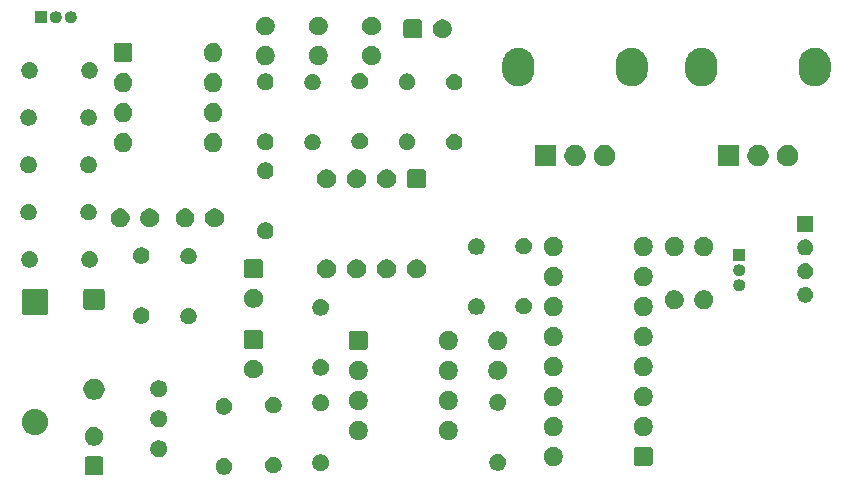
<source format=gbs>
G04 #@! TF.GenerationSoftware,KiCad,Pcbnew,9.0.6*
G04 #@! TF.CreationDate,2025-12-17T23:00:57-08:00*
G04 #@! TF.ProjectId,LichKingChorus,4c696368-4b69-46e6-9743-686f7275732e,rev?*
G04 #@! TF.SameCoordinates,Original*
G04 #@! TF.FileFunction,Soldermask,Bot*
G04 #@! TF.FilePolarity,Negative*
%FSLAX46Y46*%
G04 Gerber Fmt 4.6, Leading zero omitted, Abs format (unit mm)*
G04 Created by KiCad (PCBNEW 9.0.6) date 2025-12-17 23:00:57*
%MOMM*%
%LPD*%
G01*
G04 APERTURE LIST*
G04 APERTURE END LIST*
G36*
X134381572Y-113201694D02*
G01*
X134400782Y-113210176D01*
X134422545Y-113214505D01*
X134445842Y-113230072D01*
X134468733Y-113240179D01*
X134484367Y-113255813D01*
X134505240Y-113269760D01*
X134519186Y-113290632D01*
X134534820Y-113306266D01*
X134544926Y-113329154D01*
X134560495Y-113352455D01*
X134564824Y-113374220D01*
X134573305Y-113393427D01*
X134575000Y-113408031D01*
X134575000Y-114591968D01*
X134573305Y-114606572D01*
X134564824Y-114625778D01*
X134560495Y-114647545D01*
X134544924Y-114670847D01*
X134534820Y-114693733D01*
X134519188Y-114709364D01*
X134505240Y-114730240D01*
X134484364Y-114744188D01*
X134468733Y-114759820D01*
X134445847Y-114769924D01*
X134422545Y-114785495D01*
X134400778Y-114789824D01*
X134381572Y-114798305D01*
X134366968Y-114800000D01*
X134349624Y-114800000D01*
X133200376Y-114800000D01*
X133183032Y-114800000D01*
X133168427Y-114798305D01*
X133149220Y-114789824D01*
X133127455Y-114785495D01*
X133104154Y-114769926D01*
X133081266Y-114759820D01*
X133065632Y-114744186D01*
X133044760Y-114730240D01*
X133030813Y-114709367D01*
X133015179Y-114693733D01*
X133005072Y-114670842D01*
X132989505Y-114647545D01*
X132985176Y-114625782D01*
X132976694Y-114606572D01*
X132975000Y-114591968D01*
X132975000Y-113408031D01*
X132976694Y-113393427D01*
X132985176Y-113374215D01*
X132989505Y-113352455D01*
X133005070Y-113329159D01*
X133015179Y-113306266D01*
X133030815Y-113290629D01*
X133044760Y-113269760D01*
X133065629Y-113255815D01*
X133081266Y-113240179D01*
X133104159Y-113230070D01*
X133127455Y-113214505D01*
X133149215Y-113210176D01*
X133168427Y-113201694D01*
X133183032Y-113200000D01*
X134366968Y-113200000D01*
X134381572Y-113201694D01*
G37*
G36*
X144979183Y-113366900D02*
G01*
X145106574Y-113419667D01*
X145221226Y-113496275D01*
X145318724Y-113593773D01*
X145395332Y-113708425D01*
X145448099Y-113835816D01*
X145462647Y-113908952D01*
X145475000Y-113971056D01*
X145475000Y-114108944D01*
X145469573Y-114136226D01*
X145448099Y-114244183D01*
X145435862Y-114273726D01*
X145395332Y-114371574D01*
X145318726Y-114486224D01*
X145221224Y-114583726D01*
X145125711Y-114647545D01*
X145106574Y-114660332D01*
X144979183Y-114713099D01*
X144843944Y-114740000D01*
X144706056Y-114740000D01*
X144570816Y-114713099D01*
X144443425Y-114660332D01*
X144328773Y-114583724D01*
X144231275Y-114486226D01*
X144154667Y-114371574D01*
X144101900Y-114244183D01*
X144075000Y-114108943D01*
X144075000Y-113971056D01*
X144101900Y-113835816D01*
X144154667Y-113708425D01*
X144231275Y-113593773D01*
X144328773Y-113496275D01*
X144443425Y-113419667D01*
X144570816Y-113366900D01*
X144706056Y-113340000D01*
X144843944Y-113340000D01*
X144979183Y-113366900D01*
G37*
G36*
X149164183Y-113246900D02*
G01*
X149291574Y-113299667D01*
X149406226Y-113376275D01*
X149503724Y-113473773D01*
X149580332Y-113588425D01*
X149633099Y-113715816D01*
X149660000Y-113851056D01*
X149660000Y-113988943D01*
X149633099Y-114124183D01*
X149611543Y-114176224D01*
X149580332Y-114251574D01*
X149503726Y-114366224D01*
X149406224Y-114463726D01*
X149291574Y-114540332D01*
X149164183Y-114593099D01*
X149028944Y-114620000D01*
X148891056Y-114620000D01*
X148755816Y-114593099D01*
X148628425Y-114540332D01*
X148513773Y-114463724D01*
X148416275Y-114366226D01*
X148339667Y-114251574D01*
X148286900Y-114124183D01*
X148260000Y-113988943D01*
X148260000Y-113851056D01*
X148286900Y-113715816D01*
X148339667Y-113588425D01*
X148416275Y-113473773D01*
X148513773Y-113376275D01*
X148628425Y-113299667D01*
X148755816Y-113246900D01*
X148891056Y-113220000D01*
X149028944Y-113220000D01*
X149164183Y-113246900D01*
G37*
G36*
X153164183Y-113056900D02*
G01*
X153291574Y-113109667D01*
X153406226Y-113186275D01*
X153503724Y-113283773D01*
X153580332Y-113398425D01*
X153633099Y-113525816D01*
X153646617Y-113593776D01*
X153660000Y-113661056D01*
X153660000Y-113798944D01*
X153652665Y-113835818D01*
X153633099Y-113934183D01*
X153580332Y-114061574D01*
X153503726Y-114176224D01*
X153406224Y-114273726D01*
X153291574Y-114350332D01*
X153164183Y-114403099D01*
X153028944Y-114430000D01*
X152891056Y-114430000D01*
X152755816Y-114403099D01*
X152628425Y-114350332D01*
X152513773Y-114273724D01*
X152416275Y-114176226D01*
X152339667Y-114061574D01*
X152286900Y-113934183D01*
X152260000Y-113798943D01*
X152260000Y-113661056D01*
X152286900Y-113525816D01*
X152339667Y-113398425D01*
X152416275Y-113283773D01*
X152513773Y-113186275D01*
X152628425Y-113109667D01*
X152755816Y-113056900D01*
X152891056Y-113030000D01*
X153028944Y-113030000D01*
X153164183Y-113056900D01*
G37*
G36*
X168164183Y-113016900D02*
G01*
X168291574Y-113069667D01*
X168406226Y-113146275D01*
X168503724Y-113243773D01*
X168580332Y-113358425D01*
X168633099Y-113485816D01*
X168641056Y-113525818D01*
X168660000Y-113621056D01*
X168660000Y-113758944D01*
X168652043Y-113798944D01*
X168633099Y-113894183D01*
X168616531Y-113934182D01*
X168580332Y-114021574D01*
X168503726Y-114136224D01*
X168406224Y-114233726D01*
X168379512Y-114251574D01*
X168291574Y-114310332D01*
X168164183Y-114363099D01*
X168028944Y-114390000D01*
X167891056Y-114390000D01*
X167755816Y-114363099D01*
X167628425Y-114310332D01*
X167513773Y-114233724D01*
X167416275Y-114136226D01*
X167339667Y-114021574D01*
X167286900Y-113894183D01*
X167260000Y-113758943D01*
X167260000Y-113621056D01*
X167286900Y-113485816D01*
X167339667Y-113358425D01*
X167416275Y-113243773D01*
X167513773Y-113146275D01*
X167628425Y-113069667D01*
X167755816Y-113016900D01*
X167891056Y-112990000D01*
X168028944Y-112990000D01*
X168164183Y-113016900D01*
G37*
G36*
X172888352Y-112430743D02*
G01*
X173033939Y-112491047D01*
X173033941Y-112491048D01*
X173033942Y-112491049D01*
X173125842Y-112552455D01*
X173164974Y-112578602D01*
X173276397Y-112690025D01*
X173276399Y-112690028D01*
X173276401Y-112690030D01*
X173363951Y-112821058D01*
X173424257Y-112966649D01*
X173455000Y-113121207D01*
X173455000Y-113278793D01*
X173424257Y-113433351D01*
X173363951Y-113578942D01*
X173276401Y-113709970D01*
X173164970Y-113821401D01*
X173033942Y-113908951D01*
X172888351Y-113969257D01*
X172733793Y-114000000D01*
X172576207Y-114000000D01*
X172421649Y-113969257D01*
X172276058Y-113908951D01*
X172145030Y-113821401D01*
X172145028Y-113821399D01*
X172145025Y-113821397D01*
X172033602Y-113709974D01*
X172032567Y-113708426D01*
X171946049Y-113578942D01*
X171946048Y-113578941D01*
X171946047Y-113578939D01*
X171885743Y-113433352D01*
X171855000Y-113278792D01*
X171855000Y-113121207D01*
X171885743Y-112966647D01*
X171946047Y-112821060D01*
X172033602Y-112690025D01*
X172145025Y-112578602D01*
X172276060Y-112491047D01*
X172421647Y-112430743D01*
X172576207Y-112400000D01*
X172733793Y-112400000D01*
X172888352Y-112430743D01*
G37*
G36*
X180881572Y-112401694D02*
G01*
X180900782Y-112410176D01*
X180922545Y-112414505D01*
X180945842Y-112430072D01*
X180968733Y-112440179D01*
X180984367Y-112455813D01*
X181005240Y-112469760D01*
X181019186Y-112490632D01*
X181034820Y-112506266D01*
X181044926Y-112529154D01*
X181060495Y-112552455D01*
X181064824Y-112574220D01*
X181073305Y-112593427D01*
X181075000Y-112608031D01*
X181075000Y-113791968D01*
X181073305Y-113806572D01*
X181064824Y-113825778D01*
X181060495Y-113847545D01*
X181044924Y-113870847D01*
X181034820Y-113893733D01*
X181019188Y-113909364D01*
X181005240Y-113930240D01*
X180984364Y-113944188D01*
X180968733Y-113959820D01*
X180945847Y-113969924D01*
X180922545Y-113985495D01*
X180900778Y-113989824D01*
X180881572Y-113998305D01*
X180866968Y-114000000D01*
X180849624Y-114000000D01*
X179700376Y-114000000D01*
X179683032Y-114000000D01*
X179668427Y-113998305D01*
X179649220Y-113989824D01*
X179627455Y-113985495D01*
X179604154Y-113969926D01*
X179581266Y-113959820D01*
X179565632Y-113944186D01*
X179544760Y-113930240D01*
X179530813Y-113909367D01*
X179515179Y-113893733D01*
X179505072Y-113870842D01*
X179489505Y-113847545D01*
X179485176Y-113825782D01*
X179476694Y-113806572D01*
X179475000Y-113791968D01*
X179475000Y-112608031D01*
X179476694Y-112593427D01*
X179485176Y-112574215D01*
X179489505Y-112552455D01*
X179505070Y-112529159D01*
X179515179Y-112506266D01*
X179530815Y-112490629D01*
X179544760Y-112469760D01*
X179565629Y-112455815D01*
X179581266Y-112440179D01*
X179604159Y-112430070D01*
X179627455Y-112414505D01*
X179649215Y-112410176D01*
X179668427Y-112401694D01*
X179683032Y-112400000D01*
X180866968Y-112400000D01*
X180881572Y-112401694D01*
G37*
G36*
X139485017Y-111847668D02*
G01*
X139616047Y-111901943D01*
X139733975Y-111980740D01*
X139834259Y-112081024D01*
X139913056Y-112198952D01*
X139967331Y-112329982D01*
X139967331Y-112329984D01*
X139995000Y-112469086D01*
X139995000Y-112610914D01*
X139967331Y-112750016D01*
X139913056Y-112881048D01*
X139834261Y-112998973D01*
X139733973Y-113099261D01*
X139616048Y-113178056D01*
X139550532Y-113205193D01*
X139485017Y-113232331D01*
X139345914Y-113260000D01*
X139204086Y-113260000D01*
X139064982Y-113232331D01*
X138933952Y-113178056D01*
X138816024Y-113099259D01*
X138715740Y-112998975D01*
X138636943Y-112881047D01*
X138582668Y-112750017D01*
X138555000Y-112610913D01*
X138555000Y-112469086D01*
X138582668Y-112329982D01*
X138636943Y-112198952D01*
X138715740Y-112081024D01*
X138816024Y-111980740D01*
X138933952Y-111901943D01*
X139064982Y-111847668D01*
X139204086Y-111820000D01*
X139345914Y-111820000D01*
X139485017Y-111847668D01*
G37*
G36*
X134008352Y-110730743D02*
G01*
X134153939Y-110791047D01*
X134153941Y-110791048D01*
X134153942Y-110791049D01*
X134236967Y-110846525D01*
X134284974Y-110878602D01*
X134396397Y-110990025D01*
X134396399Y-110990028D01*
X134396401Y-110990030D01*
X134483951Y-111121058D01*
X134544257Y-111266649D01*
X134575000Y-111421207D01*
X134575000Y-111578793D01*
X134544257Y-111733351D01*
X134483951Y-111878942D01*
X134396401Y-112009970D01*
X134284970Y-112121401D01*
X134153942Y-112208951D01*
X134008351Y-112269257D01*
X133853793Y-112300000D01*
X133696207Y-112300000D01*
X133541649Y-112269257D01*
X133396058Y-112208951D01*
X133265030Y-112121401D01*
X133265028Y-112121399D01*
X133265025Y-112121397D01*
X133153602Y-112009974D01*
X133134067Y-111980739D01*
X133066049Y-111878942D01*
X133066048Y-111878941D01*
X133066047Y-111878939D01*
X133005743Y-111733352D01*
X132975000Y-111578792D01*
X132975000Y-111421207D01*
X133005743Y-111266647D01*
X133066047Y-111121060D01*
X133153602Y-110990025D01*
X133265025Y-110878602D01*
X133396060Y-110791047D01*
X133541647Y-110730743D01*
X133696207Y-110700000D01*
X133853793Y-110700000D01*
X134008352Y-110730743D01*
G37*
G36*
X156388352Y-110230743D02*
G01*
X156533939Y-110291047D01*
X156533941Y-110291048D01*
X156533942Y-110291049D01*
X156631999Y-110356569D01*
X156664974Y-110378602D01*
X156776397Y-110490025D01*
X156776399Y-110490028D01*
X156776401Y-110490030D01*
X156863951Y-110621058D01*
X156924257Y-110766649D01*
X156955000Y-110921207D01*
X156955000Y-111078793D01*
X156924257Y-111233351D01*
X156863951Y-111378942D01*
X156776401Y-111509970D01*
X156664970Y-111621401D01*
X156533942Y-111708951D01*
X156388351Y-111769257D01*
X156233793Y-111800000D01*
X156076207Y-111800000D01*
X155921649Y-111769257D01*
X155776058Y-111708951D01*
X155645030Y-111621401D01*
X155645028Y-111621399D01*
X155645025Y-111621397D01*
X155533602Y-111509974D01*
X155446047Y-111378939D01*
X155385743Y-111233352D01*
X155355000Y-111078792D01*
X155355000Y-110921207D01*
X155385743Y-110766647D01*
X155446047Y-110621060D01*
X155533602Y-110490025D01*
X155645025Y-110378602D01*
X155776060Y-110291047D01*
X155921647Y-110230743D01*
X156076207Y-110200000D01*
X156233793Y-110200000D01*
X156388352Y-110230743D01*
G37*
G36*
X164008352Y-110230743D02*
G01*
X164153939Y-110291047D01*
X164153941Y-110291048D01*
X164153942Y-110291049D01*
X164251999Y-110356569D01*
X164284974Y-110378602D01*
X164396397Y-110490025D01*
X164396399Y-110490028D01*
X164396401Y-110490030D01*
X164483951Y-110621058D01*
X164544257Y-110766649D01*
X164575000Y-110921207D01*
X164575000Y-111078793D01*
X164544257Y-111233351D01*
X164483951Y-111378942D01*
X164396401Y-111509970D01*
X164284970Y-111621401D01*
X164153942Y-111708951D01*
X164008351Y-111769257D01*
X163853793Y-111800000D01*
X163696207Y-111800000D01*
X163541649Y-111769257D01*
X163396058Y-111708951D01*
X163265030Y-111621401D01*
X163265028Y-111621399D01*
X163265025Y-111621397D01*
X163153602Y-111509974D01*
X163066047Y-111378939D01*
X163005743Y-111233352D01*
X162975000Y-111078792D01*
X162975000Y-110921207D01*
X163005743Y-110766647D01*
X163066047Y-110621060D01*
X163153602Y-110490025D01*
X163265025Y-110378602D01*
X163396060Y-110291047D01*
X163541647Y-110230743D01*
X163696207Y-110200000D01*
X163853793Y-110200000D01*
X164008352Y-110230743D01*
G37*
G36*
X172888352Y-109890743D02*
G01*
X173033939Y-109951047D01*
X173033941Y-109951048D01*
X173033942Y-109951049D01*
X173125782Y-110012415D01*
X173164974Y-110038602D01*
X173276397Y-110150025D01*
X173276399Y-110150028D01*
X173276401Y-110150030D01*
X173363951Y-110281058D01*
X173363952Y-110281060D01*
X173388799Y-110341047D01*
X173424257Y-110426649D01*
X173455000Y-110581207D01*
X173455000Y-110738793D01*
X173424257Y-110893351D01*
X173363951Y-111038942D01*
X173276401Y-111169970D01*
X173164970Y-111281401D01*
X173033942Y-111368951D01*
X172888351Y-111429257D01*
X172733793Y-111460000D01*
X172576207Y-111460000D01*
X172421649Y-111429257D01*
X172300171Y-111378939D01*
X172276060Y-111368952D01*
X172276059Y-111368951D01*
X172276058Y-111368951D01*
X172145030Y-111281401D01*
X172145028Y-111281399D01*
X172145025Y-111281397D01*
X172033602Y-111169974D01*
X172000918Y-111121060D01*
X171946049Y-111038942D01*
X171946048Y-111038941D01*
X171946047Y-111038939D01*
X171885743Y-110893352D01*
X171860541Y-110766649D01*
X171855000Y-110738793D01*
X171855000Y-110581207D01*
X171885743Y-110426649D01*
X171885743Y-110426647D01*
X171946047Y-110281060D01*
X172033602Y-110150025D01*
X172145025Y-110038602D01*
X172276060Y-109951047D01*
X172421647Y-109890743D01*
X172576207Y-109860000D01*
X172733793Y-109860000D01*
X172888352Y-109890743D01*
G37*
G36*
X180508352Y-109890743D02*
G01*
X180653939Y-109951047D01*
X180653941Y-109951048D01*
X180653942Y-109951049D01*
X180745782Y-110012415D01*
X180784974Y-110038602D01*
X180896397Y-110150025D01*
X180896399Y-110150028D01*
X180896401Y-110150030D01*
X180983951Y-110281058D01*
X180983952Y-110281060D01*
X181008799Y-110341047D01*
X181044257Y-110426649D01*
X181075000Y-110581207D01*
X181075000Y-110738793D01*
X181044257Y-110893351D01*
X180983951Y-111038942D01*
X180896401Y-111169970D01*
X180784970Y-111281401D01*
X180653942Y-111368951D01*
X180508351Y-111429257D01*
X180353793Y-111460000D01*
X180196207Y-111460000D01*
X180041649Y-111429257D01*
X179920171Y-111378939D01*
X179896060Y-111368952D01*
X179896059Y-111368951D01*
X179896058Y-111368951D01*
X179765030Y-111281401D01*
X179765028Y-111281399D01*
X179765025Y-111281397D01*
X179653602Y-111169974D01*
X179620918Y-111121060D01*
X179566049Y-111038942D01*
X179566048Y-111038941D01*
X179566047Y-111038939D01*
X179505743Y-110893352D01*
X179480541Y-110766649D01*
X179475000Y-110738793D01*
X179475000Y-110581207D01*
X179505743Y-110426649D01*
X179505743Y-110426647D01*
X179566047Y-110281060D01*
X179653602Y-110150025D01*
X179765025Y-110038602D01*
X179896060Y-109951047D01*
X180041647Y-109890743D01*
X180196207Y-109860000D01*
X180353793Y-109860000D01*
X180508352Y-109890743D01*
G37*
G36*
X129032584Y-109197086D02*
G01*
X129131596Y-109229257D01*
X129197256Y-109250591D01*
X129351524Y-109329195D01*
X129351526Y-109329196D01*
X129351525Y-109329196D01*
X129491602Y-109430967D01*
X129614033Y-109553398D01*
X129715804Y-109693475D01*
X129794410Y-109847747D01*
X129847914Y-110012416D01*
X129875000Y-110183428D01*
X129875000Y-110356572D01*
X129847914Y-110527584D01*
X129794410Y-110692253D01*
X129715804Y-110846525D01*
X129614033Y-110986602D01*
X129491602Y-111109033D01*
X129351525Y-111210804D01*
X129197253Y-111289410D01*
X129032584Y-111342914D01*
X128861572Y-111370000D01*
X128861569Y-111370000D01*
X128688431Y-111370000D01*
X128688428Y-111370000D01*
X128517416Y-111342914D01*
X128352747Y-111289410D01*
X128337028Y-111281401D01*
X128198475Y-111210804D01*
X128142277Y-111169974D01*
X128058398Y-111109033D01*
X127935967Y-110986602D01*
X127885081Y-110916563D01*
X127834195Y-110846524D01*
X127755591Y-110692256D01*
X127702086Y-110527584D01*
X127691219Y-110458973D01*
X127675000Y-110356572D01*
X127675000Y-110183428D01*
X127702086Y-110012416D01*
X127741620Y-109890743D01*
X127755591Y-109847743D01*
X127834195Y-109693475D01*
X127935968Y-109553396D01*
X128058396Y-109430968D01*
X128198475Y-109329195D01*
X128352743Y-109250591D01*
X128517415Y-109197086D01*
X128560169Y-109190314D01*
X128688428Y-109170000D01*
X128861572Y-109170000D01*
X129032584Y-109197086D01*
G37*
G36*
X139485017Y-109307668D02*
G01*
X139616047Y-109361943D01*
X139733975Y-109440740D01*
X139834259Y-109541024D01*
X139913056Y-109658952D01*
X139967331Y-109789982D01*
X139967331Y-109789984D01*
X139995000Y-109929086D01*
X139995000Y-110070914D01*
X139967331Y-110210016D01*
X139913056Y-110341048D01*
X139834261Y-110458973D01*
X139733973Y-110559261D01*
X139616048Y-110638056D01*
X139550532Y-110665193D01*
X139485017Y-110692331D01*
X139345914Y-110720000D01*
X139204086Y-110720000D01*
X139064982Y-110692331D01*
X138933952Y-110638056D01*
X138816024Y-110559259D01*
X138715740Y-110458975D01*
X138636943Y-110341047D01*
X138582668Y-110210017D01*
X138555000Y-110070913D01*
X138555000Y-109929086D01*
X138582668Y-109789982D01*
X138636943Y-109658952D01*
X138715740Y-109541024D01*
X138816024Y-109440740D01*
X138933952Y-109361943D01*
X139064982Y-109307668D01*
X139204086Y-109280000D01*
X139345914Y-109280000D01*
X139485017Y-109307668D01*
G37*
G36*
X144979183Y-108286900D02*
G01*
X145106574Y-108339667D01*
X145221226Y-108416275D01*
X145318724Y-108513773D01*
X145395332Y-108628425D01*
X145448099Y-108755816D01*
X145462647Y-108828952D01*
X145475000Y-108891056D01*
X145475000Y-109028944D01*
X145469573Y-109056226D01*
X145448099Y-109164183D01*
X145420699Y-109230332D01*
X145395332Y-109291574D01*
X145318726Y-109406224D01*
X145221224Y-109503726D01*
X145146887Y-109553396D01*
X145106574Y-109580332D01*
X144979183Y-109633099D01*
X144843944Y-109660000D01*
X144706056Y-109660000D01*
X144570816Y-109633099D01*
X144443425Y-109580332D01*
X144328773Y-109503724D01*
X144231275Y-109406226D01*
X144154667Y-109291574D01*
X144101900Y-109164183D01*
X144075000Y-109028943D01*
X144075000Y-108891056D01*
X144101900Y-108755816D01*
X144154667Y-108628425D01*
X144231275Y-108513773D01*
X144328773Y-108416275D01*
X144443425Y-108339667D01*
X144570816Y-108286900D01*
X144706056Y-108260000D01*
X144843944Y-108260000D01*
X144979183Y-108286900D01*
G37*
G36*
X149164183Y-108166900D02*
G01*
X149291574Y-108219667D01*
X149406226Y-108296275D01*
X149503724Y-108393773D01*
X149580332Y-108508425D01*
X149633099Y-108635816D01*
X149660000Y-108771056D01*
X149660000Y-108908943D01*
X149633099Y-109044183D01*
X149617684Y-109081397D01*
X149580332Y-109171574D01*
X149503726Y-109286224D01*
X149406224Y-109383726D01*
X149320897Y-109440739D01*
X149291574Y-109460332D01*
X149164183Y-109513099D01*
X149028944Y-109540000D01*
X148891056Y-109540000D01*
X148755816Y-109513099D01*
X148628425Y-109460332D01*
X148513773Y-109383724D01*
X148416275Y-109286226D01*
X148339667Y-109171574D01*
X148286900Y-109044183D01*
X148260000Y-108908943D01*
X148260000Y-108771056D01*
X148286900Y-108635816D01*
X148339667Y-108508425D01*
X148416275Y-108393773D01*
X148513773Y-108296275D01*
X148628425Y-108219667D01*
X148755816Y-108166900D01*
X148891056Y-108140000D01*
X149028944Y-108140000D01*
X149164183Y-108166900D01*
G37*
G36*
X153164183Y-107976900D02*
G01*
X153291574Y-108029667D01*
X153406226Y-108106275D01*
X153503724Y-108203773D01*
X153580332Y-108318425D01*
X153633099Y-108445816D01*
X153646617Y-108513776D01*
X153660000Y-108581056D01*
X153660000Y-108718944D01*
X153652665Y-108755818D01*
X153633099Y-108854183D01*
X153585137Y-108969974D01*
X153580332Y-108981574D01*
X153503726Y-109096224D01*
X153406224Y-109193726D01*
X153321120Y-109250590D01*
X153291574Y-109270332D01*
X153164183Y-109323099D01*
X153028944Y-109350000D01*
X152891056Y-109350000D01*
X152755816Y-109323099D01*
X152628425Y-109270332D01*
X152513773Y-109193724D01*
X152416275Y-109096226D01*
X152339667Y-108981574D01*
X152286900Y-108854183D01*
X152260000Y-108718943D01*
X152260000Y-108581056D01*
X152286900Y-108445816D01*
X152339667Y-108318425D01*
X152416275Y-108203773D01*
X152513773Y-108106275D01*
X152628425Y-108029667D01*
X152755816Y-107976900D01*
X152891056Y-107950000D01*
X153028944Y-107950000D01*
X153164183Y-107976900D01*
G37*
G36*
X168164183Y-107936900D02*
G01*
X168291574Y-107989667D01*
X168406226Y-108066275D01*
X168503724Y-108163773D01*
X168580332Y-108278425D01*
X168633099Y-108405816D01*
X168641056Y-108445818D01*
X168660000Y-108541056D01*
X168660000Y-108678944D01*
X168652043Y-108718944D01*
X168633099Y-108814183D01*
X168616531Y-108854182D01*
X168580332Y-108941574D01*
X168503726Y-109056224D01*
X168406224Y-109153726D01*
X168293184Y-109229256D01*
X168291574Y-109230332D01*
X168164183Y-109283099D01*
X168028944Y-109310000D01*
X167891056Y-109310000D01*
X167755816Y-109283099D01*
X167628425Y-109230332D01*
X167513773Y-109153724D01*
X167416275Y-109056226D01*
X167339667Y-108941574D01*
X167286900Y-108814183D01*
X167260000Y-108678943D01*
X167260000Y-108541056D01*
X167286900Y-108405816D01*
X167339667Y-108278425D01*
X167416275Y-108163773D01*
X167513773Y-108066275D01*
X167628425Y-107989667D01*
X167755816Y-107936900D01*
X167891056Y-107910000D01*
X168028944Y-107910000D01*
X168164183Y-107936900D01*
G37*
G36*
X156388352Y-107690743D02*
G01*
X156533939Y-107751047D01*
X156664974Y-107838602D01*
X156776397Y-107950025D01*
X156776399Y-107950028D01*
X156776401Y-107950030D01*
X156863951Y-108081058D01*
X156924257Y-108226649D01*
X156955000Y-108381207D01*
X156955000Y-108538793D01*
X156924257Y-108693351D01*
X156863951Y-108838942D01*
X156776401Y-108969970D01*
X156664970Y-109081401D01*
X156533942Y-109168951D01*
X156388351Y-109229257D01*
X156233793Y-109260000D01*
X156076207Y-109260000D01*
X155921649Y-109229257D01*
X155782390Y-109171574D01*
X155776060Y-109168952D01*
X155776059Y-109168951D01*
X155776058Y-109168951D01*
X155645030Y-109081401D01*
X155645028Y-109081399D01*
X155645025Y-109081397D01*
X155533602Y-108969974D01*
X155514625Y-108941574D01*
X155446049Y-108838942D01*
X155446048Y-108838941D01*
X155446047Y-108838939D01*
X155385743Y-108693352D01*
X155370371Y-108616072D01*
X155355000Y-108538793D01*
X155355000Y-108381207D01*
X155373758Y-108286901D01*
X155385743Y-108226647D01*
X155446047Y-108081060D01*
X155533602Y-107950025D01*
X155645025Y-107838602D01*
X155776060Y-107751047D01*
X155921647Y-107690743D01*
X156076207Y-107660000D01*
X156233793Y-107660000D01*
X156388352Y-107690743D01*
G37*
G36*
X164008352Y-107690743D02*
G01*
X164153939Y-107751047D01*
X164284974Y-107838602D01*
X164396397Y-107950025D01*
X164396399Y-107950028D01*
X164396401Y-107950030D01*
X164483951Y-108081058D01*
X164544257Y-108226649D01*
X164575000Y-108381207D01*
X164575000Y-108538793D01*
X164544257Y-108693351D01*
X164483951Y-108838942D01*
X164396401Y-108969970D01*
X164284970Y-109081401D01*
X164153942Y-109168951D01*
X164008351Y-109229257D01*
X163853793Y-109260000D01*
X163696207Y-109260000D01*
X163541649Y-109229257D01*
X163402390Y-109171574D01*
X163396060Y-109168952D01*
X163396059Y-109168951D01*
X163396058Y-109168951D01*
X163265030Y-109081401D01*
X163265028Y-109081399D01*
X163265025Y-109081397D01*
X163153602Y-108969974D01*
X163134625Y-108941574D01*
X163066049Y-108838942D01*
X163066048Y-108838941D01*
X163066047Y-108838939D01*
X163005743Y-108693352D01*
X162990371Y-108616072D01*
X162975000Y-108538793D01*
X162975000Y-108381207D01*
X162993758Y-108286901D01*
X163005743Y-108226647D01*
X163066047Y-108081060D01*
X163153602Y-107950025D01*
X163265025Y-107838602D01*
X163396060Y-107751047D01*
X163541647Y-107690743D01*
X163696207Y-107660000D01*
X163853793Y-107660000D01*
X164008352Y-107690743D01*
G37*
G36*
X172888352Y-107350743D02*
G01*
X173033939Y-107411047D01*
X173164974Y-107498602D01*
X173276397Y-107610025D01*
X173276399Y-107610028D01*
X173276401Y-107610030D01*
X173363951Y-107741058D01*
X173363952Y-107741060D01*
X173372841Y-107762520D01*
X173424257Y-107886649D01*
X173455000Y-108041207D01*
X173455000Y-108198793D01*
X173424257Y-108353351D01*
X173363951Y-108498942D01*
X173276401Y-108629970D01*
X173164970Y-108741401D01*
X173033942Y-108828951D01*
X172888351Y-108889257D01*
X172733793Y-108920000D01*
X172576207Y-108920000D01*
X172421649Y-108889257D01*
X172276058Y-108828951D01*
X172145030Y-108741401D01*
X172145028Y-108741399D01*
X172145025Y-108741397D01*
X172033602Y-108629974D01*
X172032567Y-108628426D01*
X171946049Y-108498942D01*
X171946048Y-108498941D01*
X171946047Y-108498939D01*
X171885743Y-108353352D01*
X171860541Y-108226649D01*
X171855000Y-108198793D01*
X171855000Y-108041207D01*
X171859366Y-108019259D01*
X171885743Y-107886647D01*
X171946047Y-107741060D01*
X172033602Y-107610025D01*
X172145025Y-107498602D01*
X172276060Y-107411047D01*
X172421647Y-107350743D01*
X172576207Y-107320000D01*
X172733793Y-107320000D01*
X172888352Y-107350743D01*
G37*
G36*
X180508352Y-107350743D02*
G01*
X180653939Y-107411047D01*
X180784974Y-107498602D01*
X180896397Y-107610025D01*
X180896399Y-107610028D01*
X180896401Y-107610030D01*
X180983951Y-107741058D01*
X180983952Y-107741060D01*
X180992841Y-107762520D01*
X181044257Y-107886649D01*
X181075000Y-108041207D01*
X181075000Y-108198793D01*
X181044257Y-108353351D01*
X180983951Y-108498942D01*
X180896401Y-108629970D01*
X180784970Y-108741401D01*
X180653942Y-108828951D01*
X180508351Y-108889257D01*
X180353793Y-108920000D01*
X180196207Y-108920000D01*
X180041649Y-108889257D01*
X179896058Y-108828951D01*
X179765030Y-108741401D01*
X179765028Y-108741399D01*
X179765025Y-108741397D01*
X179653602Y-108629974D01*
X179652567Y-108628426D01*
X179566049Y-108498942D01*
X179566048Y-108498941D01*
X179566047Y-108498939D01*
X179505743Y-108353352D01*
X179480541Y-108226649D01*
X179475000Y-108198793D01*
X179475000Y-108041207D01*
X179479366Y-108019259D01*
X179505743Y-107886647D01*
X179566047Y-107741060D01*
X179653602Y-107610025D01*
X179765025Y-107498602D01*
X179896060Y-107411047D01*
X180041647Y-107350743D01*
X180196207Y-107320000D01*
X180353793Y-107320000D01*
X180508352Y-107350743D01*
G37*
G36*
X134037521Y-106634585D02*
G01*
X134201306Y-106702428D01*
X134201307Y-106702428D01*
X134201310Y-106702430D01*
X134348717Y-106800924D01*
X134474076Y-106926283D01*
X134572570Y-107073690D01*
X134572571Y-107073693D01*
X134640414Y-107237478D01*
X134656828Y-107320000D01*
X134675000Y-107411358D01*
X134675000Y-107588642D01*
X134640414Y-107762520D01*
X134572570Y-107926310D01*
X134474076Y-108073717D01*
X134348717Y-108199076D01*
X134201310Y-108297570D01*
X134100861Y-108339177D01*
X134037521Y-108365414D01*
X133863643Y-108400000D01*
X133863642Y-108400000D01*
X133686358Y-108400000D01*
X133686357Y-108400000D01*
X133512478Y-108365414D01*
X133385796Y-108312940D01*
X133348690Y-108297570D01*
X133201283Y-108199076D01*
X133075924Y-108073717D01*
X132977430Y-107926310D01*
X132977428Y-107926306D01*
X132909585Y-107762521D01*
X132875000Y-107588642D01*
X132875000Y-107411357D01*
X132909585Y-107237478D01*
X132977428Y-107073693D01*
X133075927Y-106926279D01*
X133201279Y-106800927D01*
X133251055Y-106767668D01*
X133348690Y-106702430D01*
X133348690Y-106702429D01*
X133348693Y-106702428D01*
X133512478Y-106634585D01*
X133686357Y-106600000D01*
X133863643Y-106600000D01*
X134037521Y-106634585D01*
G37*
G36*
X139485017Y-106767668D02*
G01*
X139616047Y-106821943D01*
X139733975Y-106900740D01*
X139834259Y-107001024D01*
X139913056Y-107118952D01*
X139967331Y-107249982D01*
X139967331Y-107249984D01*
X139995000Y-107389086D01*
X139995000Y-107530914D01*
X139967331Y-107670016D01*
X139913056Y-107801048D01*
X139834261Y-107918973D01*
X139733973Y-108019261D01*
X139616048Y-108098056D01*
X139596205Y-108106275D01*
X139485017Y-108152331D01*
X139345914Y-108180000D01*
X139204086Y-108180000D01*
X139064982Y-108152331D01*
X138933952Y-108098056D01*
X138816024Y-108019259D01*
X138715740Y-107918975D01*
X138636943Y-107801047D01*
X138582668Y-107670017D01*
X138555000Y-107530913D01*
X138555000Y-107389086D01*
X138582668Y-107249982D01*
X138636943Y-107118952D01*
X138715740Y-107001024D01*
X138816024Y-106900740D01*
X138933952Y-106821943D01*
X139064982Y-106767668D01*
X139204086Y-106740000D01*
X139345914Y-106740000D01*
X139485017Y-106767668D01*
G37*
G36*
X156388352Y-105150743D02*
G01*
X156533939Y-105211047D01*
X156533941Y-105211048D01*
X156533942Y-105211049D01*
X156644494Y-105284918D01*
X156664974Y-105298602D01*
X156776397Y-105410025D01*
X156776399Y-105410028D01*
X156776401Y-105410030D01*
X156863951Y-105541058D01*
X156924257Y-105686649D01*
X156955000Y-105841207D01*
X156955000Y-105998793D01*
X156924257Y-106153351D01*
X156863951Y-106298942D01*
X156776401Y-106429970D01*
X156664970Y-106541401D01*
X156533942Y-106628951D01*
X156388351Y-106689257D01*
X156233793Y-106720000D01*
X156076207Y-106720000D01*
X155921649Y-106689257D01*
X155789662Y-106634586D01*
X155776060Y-106628952D01*
X155776059Y-106628951D01*
X155776058Y-106628951D01*
X155645030Y-106541401D01*
X155645028Y-106541399D01*
X155645025Y-106541397D01*
X155533602Y-106429974D01*
X155520235Y-106409970D01*
X155446049Y-106298942D01*
X155446048Y-106298941D01*
X155446047Y-106298939D01*
X155385743Y-106153352D01*
X155355000Y-105998792D01*
X155355000Y-105841207D01*
X155385743Y-105686647D01*
X155446047Y-105541060D01*
X155533602Y-105410025D01*
X155645025Y-105298602D01*
X155776060Y-105211047D01*
X155921647Y-105150743D01*
X156076207Y-105120000D01*
X156233793Y-105120000D01*
X156388352Y-105150743D01*
G37*
G36*
X164008352Y-105150743D02*
G01*
X164153939Y-105211047D01*
X164153941Y-105211048D01*
X164153942Y-105211049D01*
X164264494Y-105284918D01*
X164284974Y-105298602D01*
X164396397Y-105410025D01*
X164396399Y-105410028D01*
X164396401Y-105410030D01*
X164483951Y-105541058D01*
X164544257Y-105686649D01*
X164575000Y-105841207D01*
X164575000Y-105998793D01*
X164544257Y-106153351D01*
X164483951Y-106298942D01*
X164396401Y-106429970D01*
X164284970Y-106541401D01*
X164153942Y-106628951D01*
X164008351Y-106689257D01*
X163853793Y-106720000D01*
X163696207Y-106720000D01*
X163541649Y-106689257D01*
X163409662Y-106634586D01*
X163396060Y-106628952D01*
X163396059Y-106628951D01*
X163396058Y-106628951D01*
X163265030Y-106541401D01*
X163265028Y-106541399D01*
X163265025Y-106541397D01*
X163153602Y-106429974D01*
X163140235Y-106409970D01*
X163066049Y-106298942D01*
X163066048Y-106298941D01*
X163066047Y-106298939D01*
X163005743Y-106153352D01*
X162975000Y-105998792D01*
X162975000Y-105841207D01*
X163005743Y-105686647D01*
X163066047Y-105541060D01*
X163153602Y-105410025D01*
X163265025Y-105298602D01*
X163396060Y-105211047D01*
X163541647Y-105150743D01*
X163696207Y-105120000D01*
X163853793Y-105120000D01*
X164008352Y-105150743D01*
G37*
G36*
X168193352Y-105130743D02*
G01*
X168338939Y-105191047D01*
X168338941Y-105191048D01*
X168338942Y-105191049D01*
X168353924Y-105201060D01*
X168469974Y-105278602D01*
X168581397Y-105390025D01*
X168581399Y-105390028D01*
X168581401Y-105390030D01*
X168668951Y-105521058D01*
X168729257Y-105666649D01*
X168760000Y-105821207D01*
X168760000Y-105978793D01*
X168729257Y-106133351D01*
X168668951Y-106278942D01*
X168581401Y-106409970D01*
X168469970Y-106521401D01*
X168338942Y-106608951D01*
X168193351Y-106669257D01*
X168038793Y-106700000D01*
X167881207Y-106700000D01*
X167726649Y-106669257D01*
X167581058Y-106608951D01*
X167450030Y-106521401D01*
X167450028Y-106521399D01*
X167450025Y-106521397D01*
X167338602Y-106409974D01*
X167298528Y-106350000D01*
X167251049Y-106278942D01*
X167251048Y-106278941D01*
X167251047Y-106278939D01*
X167190743Y-106133352D01*
X167175371Y-106056072D01*
X167160000Y-105978793D01*
X167160000Y-105821207D01*
X167180341Y-105718943D01*
X167190743Y-105666647D01*
X167251047Y-105521060D01*
X167338602Y-105390025D01*
X167450025Y-105278602D01*
X167581060Y-105191047D01*
X167726647Y-105130743D01*
X167881207Y-105100000D01*
X168038793Y-105100000D01*
X168193352Y-105130743D01*
G37*
G36*
X147508352Y-105025631D02*
G01*
X147653939Y-105085935D01*
X147653941Y-105085936D01*
X147653942Y-105085937D01*
X147684378Y-105106274D01*
X147784974Y-105173490D01*
X147896397Y-105284913D01*
X147896399Y-105284916D01*
X147896401Y-105284918D01*
X147979998Y-105410030D01*
X147983952Y-105415948D01*
X148014104Y-105488741D01*
X148044257Y-105561537D01*
X148075000Y-105716095D01*
X148075000Y-105873681D01*
X148044257Y-106028239D01*
X147983951Y-106173830D01*
X147896401Y-106304858D01*
X147784970Y-106416289D01*
X147653942Y-106503839D01*
X147508351Y-106564145D01*
X147353793Y-106594888D01*
X147196207Y-106594888D01*
X147041649Y-106564145D01*
X146938456Y-106521401D01*
X146896060Y-106503840D01*
X146896059Y-106503839D01*
X146896058Y-106503839D01*
X146765030Y-106416289D01*
X146765028Y-106416287D01*
X146765025Y-106416285D01*
X146653602Y-106304862D01*
X146642970Y-106288951D01*
X146566049Y-106173830D01*
X146566048Y-106173829D01*
X146566047Y-106173827D01*
X146505743Y-106028240D01*
X146475000Y-105873680D01*
X146475000Y-105716095D01*
X146505743Y-105561535D01*
X146566047Y-105415948D01*
X146653602Y-105284913D01*
X146765025Y-105173490D01*
X146896060Y-105085935D01*
X147041647Y-105025631D01*
X147196207Y-104994888D01*
X147353793Y-104994888D01*
X147508352Y-105025631D01*
G37*
G36*
X172888352Y-104810743D02*
G01*
X173033939Y-104871047D01*
X173033941Y-104871048D01*
X173033942Y-104871049D01*
X173152100Y-104950000D01*
X173164974Y-104958602D01*
X173276397Y-105070025D01*
X173276399Y-105070028D01*
X173276401Y-105070030D01*
X173357262Y-105191047D01*
X173363952Y-105201060D01*
X173394104Y-105273853D01*
X173424257Y-105346649D01*
X173455000Y-105501207D01*
X173455000Y-105658793D01*
X173424257Y-105813351D01*
X173363951Y-105958942D01*
X173276401Y-106089970D01*
X173164970Y-106201401D01*
X173033942Y-106288951D01*
X172888351Y-106349257D01*
X172733793Y-106380000D01*
X172576207Y-106380000D01*
X172421649Y-106349257D01*
X172276058Y-106288951D01*
X172145030Y-106201401D01*
X172145028Y-106201399D01*
X172145025Y-106201397D01*
X172033602Y-106089974D01*
X171992352Y-106028240D01*
X171946049Y-105958942D01*
X171946048Y-105958941D01*
X171946047Y-105958939D01*
X171885743Y-105813352D01*
X171860541Y-105686649D01*
X171855000Y-105658793D01*
X171855000Y-105501207D01*
X171885743Y-105346649D01*
X171885743Y-105346647D01*
X171946047Y-105201060D01*
X172033602Y-105070025D01*
X172145025Y-104958602D01*
X172276060Y-104871047D01*
X172421647Y-104810743D01*
X172576207Y-104780000D01*
X172733793Y-104780000D01*
X172888352Y-104810743D01*
G37*
G36*
X180508352Y-104810743D02*
G01*
X180653939Y-104871047D01*
X180653941Y-104871048D01*
X180653942Y-104871049D01*
X180772100Y-104950000D01*
X180784974Y-104958602D01*
X180896397Y-105070025D01*
X180896399Y-105070028D01*
X180896401Y-105070030D01*
X180977262Y-105191047D01*
X180983952Y-105201060D01*
X181014104Y-105273853D01*
X181044257Y-105346649D01*
X181075000Y-105501207D01*
X181075000Y-105658793D01*
X181044257Y-105813351D01*
X180983951Y-105958942D01*
X180896401Y-106089970D01*
X180784970Y-106201401D01*
X180653942Y-106288951D01*
X180508351Y-106349257D01*
X180353793Y-106380000D01*
X180196207Y-106380000D01*
X180041649Y-106349257D01*
X179896058Y-106288951D01*
X179765030Y-106201401D01*
X179765028Y-106201399D01*
X179765025Y-106201397D01*
X179653602Y-106089974D01*
X179612352Y-106028240D01*
X179566049Y-105958942D01*
X179566048Y-105958941D01*
X179566047Y-105958939D01*
X179505743Y-105813352D01*
X179480541Y-105686649D01*
X179475000Y-105658793D01*
X179475000Y-105501207D01*
X179505743Y-105346649D01*
X179505743Y-105346647D01*
X179566047Y-105201060D01*
X179653602Y-105070025D01*
X179765025Y-104958602D01*
X179896060Y-104871047D01*
X180041647Y-104810743D01*
X180196207Y-104780000D01*
X180353793Y-104780000D01*
X180508352Y-104810743D01*
G37*
G36*
X153164183Y-104976900D02*
G01*
X153291574Y-105029667D01*
X153406226Y-105106275D01*
X153503724Y-105203773D01*
X153580332Y-105318425D01*
X153633099Y-105445816D01*
X153660000Y-105581056D01*
X153660000Y-105718943D01*
X153633099Y-105854183D01*
X153589708Y-105958939D01*
X153580332Y-105981574D01*
X153503726Y-106096224D01*
X153406224Y-106193726D01*
X153394743Y-106201397D01*
X153291574Y-106270332D01*
X153164183Y-106323099D01*
X153028944Y-106350000D01*
X152891056Y-106350000D01*
X152755816Y-106323099D01*
X152628425Y-106270332D01*
X152513773Y-106193724D01*
X152416275Y-106096226D01*
X152339667Y-105981574D01*
X152286900Y-105854183D01*
X152260000Y-105718943D01*
X152260000Y-105581056D01*
X152286900Y-105445816D01*
X152339667Y-105318425D01*
X152416275Y-105203773D01*
X152513773Y-105106275D01*
X152628425Y-105029667D01*
X152755816Y-104976900D01*
X152891056Y-104950000D01*
X153028944Y-104950000D01*
X153164183Y-104976900D01*
G37*
G36*
X168193352Y-102630743D02*
G01*
X168338939Y-102691047D01*
X168338941Y-102691048D01*
X168338942Y-102691049D01*
X168462229Y-102773427D01*
X168469974Y-102778602D01*
X168581397Y-102890025D01*
X168581399Y-102890028D01*
X168581401Y-102890030D01*
X168668951Y-103021058D01*
X168729257Y-103166649D01*
X168760000Y-103321207D01*
X168760000Y-103478793D01*
X168729257Y-103633351D01*
X168668951Y-103778942D01*
X168581401Y-103909970D01*
X168469970Y-104021401D01*
X168338942Y-104108951D01*
X168193351Y-104169257D01*
X168038793Y-104200000D01*
X167881207Y-104200000D01*
X167726649Y-104169257D01*
X167581058Y-104108951D01*
X167450030Y-104021401D01*
X167450028Y-104021399D01*
X167450025Y-104021397D01*
X167338602Y-103909974D01*
X167325235Y-103889970D01*
X167251049Y-103778942D01*
X167251048Y-103778941D01*
X167251047Y-103778939D01*
X167190743Y-103633352D01*
X167160000Y-103478792D01*
X167160000Y-103321207D01*
X167190743Y-103166647D01*
X167251047Y-103021060D01*
X167338602Y-102890025D01*
X167450025Y-102778602D01*
X167581060Y-102691047D01*
X167726647Y-102630743D01*
X167881207Y-102600000D01*
X168038793Y-102600000D01*
X168193352Y-102630743D01*
G37*
G36*
X156761572Y-102581694D02*
G01*
X156780782Y-102590176D01*
X156802545Y-102594505D01*
X156825842Y-102610072D01*
X156848733Y-102620179D01*
X156864367Y-102635813D01*
X156885240Y-102649760D01*
X156899186Y-102670632D01*
X156914820Y-102686266D01*
X156924926Y-102709154D01*
X156940495Y-102732455D01*
X156944824Y-102754220D01*
X156953305Y-102773427D01*
X156955000Y-102788031D01*
X156955000Y-103971968D01*
X156953305Y-103986572D01*
X156944824Y-104005778D01*
X156940495Y-104027545D01*
X156924924Y-104050847D01*
X156914820Y-104073733D01*
X156899188Y-104089364D01*
X156885240Y-104110240D01*
X156864364Y-104124188D01*
X156848733Y-104139820D01*
X156825847Y-104149924D01*
X156802545Y-104165495D01*
X156780778Y-104169824D01*
X156761572Y-104178305D01*
X156746968Y-104180000D01*
X156729624Y-104180000D01*
X155580376Y-104180000D01*
X155563032Y-104180000D01*
X155548427Y-104178305D01*
X155529220Y-104169824D01*
X155507455Y-104165495D01*
X155484154Y-104149926D01*
X155461266Y-104139820D01*
X155445632Y-104124186D01*
X155424760Y-104110240D01*
X155410813Y-104089367D01*
X155395179Y-104073733D01*
X155385072Y-104050842D01*
X155369505Y-104027545D01*
X155365176Y-104005782D01*
X155356694Y-103986572D01*
X155355000Y-103971968D01*
X155355000Y-102788031D01*
X155356694Y-102773427D01*
X155365176Y-102754215D01*
X155369505Y-102732455D01*
X155385070Y-102709159D01*
X155395179Y-102686266D01*
X155410815Y-102670629D01*
X155424760Y-102649760D01*
X155445629Y-102635815D01*
X155461266Y-102620179D01*
X155484159Y-102610070D01*
X155507455Y-102594505D01*
X155529215Y-102590176D01*
X155548427Y-102581694D01*
X155563032Y-102580000D01*
X156746968Y-102580000D01*
X156761572Y-102581694D01*
G37*
G36*
X164008352Y-102610743D02*
G01*
X164153939Y-102671047D01*
X164153941Y-102671048D01*
X164153942Y-102671049D01*
X164245842Y-102732455D01*
X164284974Y-102758602D01*
X164396397Y-102870025D01*
X164396399Y-102870028D01*
X164396401Y-102870030D01*
X164483951Y-103001058D01*
X164544257Y-103146649D01*
X164575000Y-103301207D01*
X164575000Y-103458793D01*
X164544257Y-103613351D01*
X164483951Y-103758942D01*
X164396401Y-103889970D01*
X164284970Y-104001401D01*
X164153942Y-104088951D01*
X164008351Y-104149257D01*
X163853793Y-104180000D01*
X163696207Y-104180000D01*
X163541649Y-104149257D01*
X163396058Y-104088951D01*
X163265030Y-104001401D01*
X163265028Y-104001399D01*
X163265025Y-104001397D01*
X163153602Y-103889974D01*
X163151518Y-103886856D01*
X163066049Y-103758942D01*
X163066048Y-103758941D01*
X163066047Y-103758939D01*
X163005743Y-103613352D01*
X162975000Y-103458792D01*
X162975000Y-103301207D01*
X163005743Y-103146647D01*
X163066047Y-103001060D01*
X163153602Y-102870025D01*
X163265025Y-102758602D01*
X163396060Y-102671047D01*
X163541647Y-102610743D01*
X163696207Y-102580000D01*
X163853793Y-102580000D01*
X164008352Y-102610743D01*
G37*
G36*
X147881572Y-102496582D02*
G01*
X147900782Y-102505064D01*
X147922545Y-102509393D01*
X147945842Y-102524960D01*
X147968733Y-102535067D01*
X147984367Y-102550701D01*
X148005240Y-102564648D01*
X148019186Y-102585520D01*
X148034820Y-102601154D01*
X148044926Y-102624042D01*
X148060495Y-102647343D01*
X148064824Y-102669108D01*
X148073305Y-102688315D01*
X148075000Y-102702919D01*
X148075000Y-103886856D01*
X148073305Y-103901460D01*
X148064824Y-103920666D01*
X148060495Y-103942433D01*
X148044924Y-103965735D01*
X148034820Y-103988621D01*
X148019188Y-104004252D01*
X148005240Y-104025128D01*
X147984364Y-104039076D01*
X147968733Y-104054708D01*
X147945847Y-104064812D01*
X147922545Y-104080383D01*
X147900778Y-104084712D01*
X147881572Y-104093193D01*
X147866968Y-104094888D01*
X147849624Y-104094888D01*
X146700376Y-104094888D01*
X146683032Y-104094888D01*
X146668427Y-104093193D01*
X146649220Y-104084712D01*
X146627455Y-104080383D01*
X146604154Y-104064814D01*
X146581266Y-104054708D01*
X146565632Y-104039074D01*
X146544760Y-104025128D01*
X146530813Y-104004255D01*
X146515179Y-103988621D01*
X146505072Y-103965730D01*
X146489505Y-103942433D01*
X146485176Y-103920670D01*
X146476694Y-103901460D01*
X146475000Y-103886856D01*
X146475000Y-102702919D01*
X146476694Y-102688315D01*
X146485176Y-102669103D01*
X146489505Y-102647343D01*
X146505070Y-102624047D01*
X146515179Y-102601154D01*
X146530815Y-102585517D01*
X146544760Y-102564648D01*
X146565629Y-102550703D01*
X146581266Y-102535067D01*
X146604159Y-102524958D01*
X146627455Y-102509393D01*
X146649215Y-102505064D01*
X146668427Y-102496582D01*
X146683032Y-102494888D01*
X147866968Y-102494888D01*
X147881572Y-102496582D01*
G37*
G36*
X172888352Y-102270743D02*
G01*
X173033939Y-102331047D01*
X173164974Y-102418602D01*
X173276397Y-102530025D01*
X173276399Y-102530028D01*
X173276401Y-102530030D01*
X173343695Y-102630743D01*
X173363952Y-102661060D01*
X173388475Y-102720264D01*
X173424257Y-102806649D01*
X173455000Y-102961207D01*
X173455000Y-103118793D01*
X173424257Y-103273351D01*
X173363951Y-103418942D01*
X173276401Y-103549970D01*
X173164970Y-103661401D01*
X173033942Y-103748951D01*
X172888351Y-103809257D01*
X172733793Y-103840000D01*
X172576207Y-103840000D01*
X172421649Y-103809257D01*
X172276058Y-103748951D01*
X172145030Y-103661401D01*
X172145028Y-103661399D01*
X172145025Y-103661397D01*
X172033602Y-103549974D01*
X171986039Y-103478792D01*
X171946049Y-103418942D01*
X171946048Y-103418941D01*
X171946047Y-103418939D01*
X171885743Y-103273352D01*
X171860541Y-103146649D01*
X171855000Y-103118793D01*
X171855000Y-102961207D01*
X171885743Y-102806649D01*
X171885743Y-102806647D01*
X171946047Y-102661060D01*
X172033602Y-102530025D01*
X172145025Y-102418602D01*
X172276060Y-102331047D01*
X172421647Y-102270743D01*
X172576207Y-102240000D01*
X172733793Y-102240000D01*
X172888352Y-102270743D01*
G37*
G36*
X180508352Y-102270743D02*
G01*
X180653939Y-102331047D01*
X180784974Y-102418602D01*
X180896397Y-102530025D01*
X180896399Y-102530028D01*
X180896401Y-102530030D01*
X180963695Y-102630743D01*
X180983952Y-102661060D01*
X181008475Y-102720264D01*
X181044257Y-102806649D01*
X181075000Y-102961207D01*
X181075000Y-103118793D01*
X181044257Y-103273351D01*
X180983951Y-103418942D01*
X180896401Y-103549970D01*
X180784970Y-103661401D01*
X180653942Y-103748951D01*
X180508351Y-103809257D01*
X180353793Y-103840000D01*
X180196207Y-103840000D01*
X180041649Y-103809257D01*
X179896058Y-103748951D01*
X179765030Y-103661401D01*
X179765028Y-103661399D01*
X179765025Y-103661397D01*
X179653602Y-103549974D01*
X179606039Y-103478792D01*
X179566049Y-103418942D01*
X179566048Y-103418941D01*
X179566047Y-103418939D01*
X179505743Y-103273352D01*
X179480541Y-103146649D01*
X179475000Y-103118793D01*
X179475000Y-102961207D01*
X179505743Y-102806649D01*
X179505743Y-102806647D01*
X179566047Y-102661060D01*
X179653602Y-102530025D01*
X179765025Y-102418602D01*
X179896060Y-102331047D01*
X180041647Y-102270743D01*
X180196207Y-102240000D01*
X180353793Y-102240000D01*
X180508352Y-102270743D01*
G37*
G36*
X141979183Y-100631900D02*
G01*
X142106574Y-100684667D01*
X142221226Y-100761275D01*
X142318724Y-100858773D01*
X142395332Y-100973425D01*
X142448099Y-101100816D01*
X142475000Y-101236056D01*
X142475000Y-101373943D01*
X142448099Y-101509183D01*
X142395332Y-101636574D01*
X142318726Y-101751224D01*
X142221224Y-101848726D01*
X142106574Y-101925332D01*
X141979183Y-101978099D01*
X141843944Y-102005000D01*
X141706056Y-102005000D01*
X141570816Y-101978099D01*
X141443425Y-101925332D01*
X141328773Y-101848724D01*
X141231275Y-101751226D01*
X141154667Y-101636574D01*
X141101900Y-101509183D01*
X141075000Y-101373943D01*
X141075000Y-101236056D01*
X141101900Y-101100816D01*
X141154667Y-100973425D01*
X141231275Y-100858773D01*
X141328773Y-100761275D01*
X141443425Y-100684667D01*
X141570816Y-100631900D01*
X141706056Y-100605000D01*
X141843944Y-100605000D01*
X141979183Y-100631900D01*
G37*
G36*
X137979183Y-100591900D02*
G01*
X138106574Y-100644667D01*
X138221226Y-100721275D01*
X138318724Y-100818773D01*
X138395332Y-100933425D01*
X138448099Y-101060816D01*
X138473861Y-101190332D01*
X138475000Y-101196056D01*
X138475000Y-101333944D01*
X138448099Y-101469182D01*
X138395332Y-101596574D01*
X138318726Y-101711224D01*
X138221224Y-101808726D01*
X138161362Y-101848724D01*
X138106574Y-101885332D01*
X137979183Y-101938099D01*
X137843944Y-101965000D01*
X137706056Y-101965000D01*
X137570816Y-101938099D01*
X137443425Y-101885332D01*
X137328773Y-101808724D01*
X137231275Y-101711226D01*
X137154667Y-101596574D01*
X137101900Y-101469183D01*
X137075000Y-101333943D01*
X137075000Y-101196056D01*
X137101900Y-101060816D01*
X137154667Y-100933425D01*
X137231275Y-100818773D01*
X137328773Y-100721275D01*
X137443425Y-100644667D01*
X137570816Y-100591900D01*
X137706056Y-100565000D01*
X137843944Y-100565000D01*
X137979183Y-100591900D01*
G37*
G36*
X172888352Y-99730743D02*
G01*
X173033939Y-99791047D01*
X173033941Y-99791048D01*
X173033942Y-99791049D01*
X173157609Y-99873681D01*
X173164974Y-99878602D01*
X173276397Y-99990025D01*
X173276399Y-99990028D01*
X173276401Y-99990030D01*
X173363951Y-100121058D01*
X173424257Y-100266649D01*
X173455000Y-100421207D01*
X173455000Y-100578793D01*
X173424257Y-100733351D01*
X173363951Y-100878942D01*
X173276401Y-101009970D01*
X173164970Y-101121401D01*
X173033942Y-101208951D01*
X172888351Y-101269257D01*
X172733793Y-101300000D01*
X172576207Y-101300000D01*
X172421649Y-101269257D01*
X172341495Y-101236056D01*
X172276060Y-101208952D01*
X172276059Y-101208951D01*
X172276058Y-101208951D01*
X172145030Y-101121401D01*
X172145028Y-101121399D01*
X172145025Y-101121397D01*
X172033602Y-101009974D01*
X172028254Y-101001971D01*
X171946049Y-100878942D01*
X171946048Y-100878941D01*
X171946047Y-100878939D01*
X171885743Y-100733352D01*
X171865564Y-100631901D01*
X171855000Y-100578793D01*
X171855000Y-100421207D01*
X171878143Y-100304858D01*
X171885743Y-100266647D01*
X171946047Y-100121060D01*
X172033602Y-99990025D01*
X172145025Y-99878602D01*
X172276060Y-99791047D01*
X172421647Y-99730743D01*
X172576207Y-99700000D01*
X172733793Y-99700000D01*
X172888352Y-99730743D01*
G37*
G36*
X180508352Y-99730743D02*
G01*
X180653939Y-99791047D01*
X180653941Y-99791048D01*
X180653942Y-99791049D01*
X180777609Y-99873681D01*
X180784974Y-99878602D01*
X180896397Y-99990025D01*
X180896399Y-99990028D01*
X180896401Y-99990030D01*
X180983951Y-100121058D01*
X181044257Y-100266649D01*
X181075000Y-100421207D01*
X181075000Y-100578793D01*
X181044257Y-100733351D01*
X180983951Y-100878942D01*
X180896401Y-101009970D01*
X180784970Y-101121401D01*
X180653942Y-101208951D01*
X180508351Y-101269257D01*
X180353793Y-101300000D01*
X180196207Y-101300000D01*
X180041649Y-101269257D01*
X179961495Y-101236056D01*
X179896060Y-101208952D01*
X179896059Y-101208951D01*
X179896058Y-101208951D01*
X179765030Y-101121401D01*
X179765028Y-101121399D01*
X179765025Y-101121397D01*
X179653602Y-101009974D01*
X179648254Y-101001971D01*
X179566049Y-100878942D01*
X179566048Y-100878941D01*
X179566047Y-100878939D01*
X179505743Y-100733352D01*
X179485564Y-100631901D01*
X179475000Y-100578793D01*
X179475000Y-100421207D01*
X179498143Y-100304858D01*
X179505743Y-100266647D01*
X179566047Y-100121060D01*
X179653602Y-99990025D01*
X179765025Y-99878602D01*
X179896060Y-99791047D01*
X180041647Y-99730743D01*
X180196207Y-99700000D01*
X180353793Y-99700000D01*
X180508352Y-99730743D01*
G37*
G36*
X153164183Y-99896900D02*
G01*
X153291574Y-99949667D01*
X153406226Y-100026275D01*
X153503724Y-100123773D01*
X153580332Y-100238425D01*
X153633099Y-100365816D01*
X153644117Y-100421207D01*
X153660000Y-100501056D01*
X153660000Y-100638944D01*
X153653080Y-100673733D01*
X153633099Y-100774183D01*
X153625895Y-100791574D01*
X153580332Y-100901574D01*
X153503726Y-101016224D01*
X153406224Y-101113726D01*
X153317365Y-101173099D01*
X153291574Y-101190332D01*
X153164183Y-101243099D01*
X153028944Y-101270000D01*
X152891056Y-101270000D01*
X152755816Y-101243099D01*
X152628425Y-101190332D01*
X152513773Y-101113724D01*
X152416275Y-101016226D01*
X152339667Y-100901574D01*
X152286900Y-100774183D01*
X152261139Y-100644668D01*
X152260000Y-100638944D01*
X152260000Y-100501056D01*
X152286900Y-100365816D01*
X152339667Y-100238425D01*
X152416275Y-100123773D01*
X152513773Y-100026275D01*
X152628425Y-99949667D01*
X152755816Y-99896900D01*
X152891056Y-99870000D01*
X153028944Y-99870000D01*
X153164183Y-99896900D01*
G37*
G36*
X129681573Y-99011694D02*
G01*
X129700782Y-99020176D01*
X129722546Y-99024505D01*
X129745844Y-99040072D01*
X129768733Y-99050179D01*
X129784366Y-99065812D01*
X129805240Y-99079760D01*
X129819187Y-99100633D01*
X129834820Y-99116266D01*
X129844925Y-99139153D01*
X129860495Y-99162454D01*
X129864823Y-99184217D01*
X129873305Y-99203426D01*
X129874999Y-99218028D01*
X129874999Y-99235375D01*
X129874999Y-99235376D01*
X129875000Y-100984625D01*
X129874999Y-100984630D01*
X129874999Y-101001969D01*
X129873305Y-101016573D01*
X129864824Y-101035778D01*
X129860495Y-101057546D01*
X129844924Y-101080848D01*
X129834820Y-101103733D01*
X129819189Y-101119363D01*
X129805240Y-101140240D01*
X129784363Y-101154189D01*
X129768733Y-101169820D01*
X129745848Y-101179924D01*
X129722546Y-101195495D01*
X129700780Y-101199824D01*
X129681573Y-101208305D01*
X129666971Y-101209999D01*
X129649624Y-101209999D01*
X127900375Y-101210000D01*
X127900370Y-101209999D01*
X127883030Y-101209999D01*
X127868426Y-101208305D01*
X127849219Y-101199824D01*
X127827454Y-101195495D01*
X127804153Y-101179925D01*
X127781266Y-101169820D01*
X127765633Y-101154187D01*
X127744760Y-101140240D01*
X127730812Y-101119366D01*
X127715179Y-101103733D01*
X127705072Y-101080844D01*
X127689505Y-101057546D01*
X127685176Y-101035784D01*
X127676694Y-101016573D01*
X127675000Y-101001971D01*
X127675000Y-99218030D01*
X127676694Y-99203426D01*
X127685176Y-99184215D01*
X127689505Y-99162454D01*
X127705071Y-99139157D01*
X127715179Y-99116266D01*
X127730814Y-99100630D01*
X127744760Y-99079760D01*
X127765630Y-99065814D01*
X127781266Y-99050179D01*
X127804157Y-99040071D01*
X127827454Y-99024505D01*
X127849213Y-99020177D01*
X127868426Y-99011694D01*
X127883028Y-99010000D01*
X129666969Y-99010000D01*
X129681573Y-99011694D01*
G37*
G36*
X166359183Y-99826900D02*
G01*
X166486574Y-99879667D01*
X166601226Y-99956275D01*
X166698724Y-100053773D01*
X166775332Y-100168425D01*
X166828099Y-100295816D01*
X166829898Y-100304862D01*
X166855000Y-100431056D01*
X166855000Y-100568944D01*
X166850434Y-100591900D01*
X166828099Y-100704183D01*
X166780634Y-100818773D01*
X166775332Y-100831574D01*
X166698726Y-100946224D01*
X166601224Y-101043726D01*
X166515782Y-101100816D01*
X166486574Y-101120332D01*
X166359183Y-101173099D01*
X166223944Y-101200000D01*
X166086056Y-101200000D01*
X165950816Y-101173099D01*
X165823425Y-101120332D01*
X165708773Y-101043724D01*
X165611275Y-100946226D01*
X165534667Y-100831574D01*
X165481900Y-100704183D01*
X165458827Y-100588188D01*
X165455000Y-100568944D01*
X165455000Y-100431056D01*
X165457938Y-100416285D01*
X165481900Y-100295816D01*
X165534667Y-100168425D01*
X165611275Y-100053773D01*
X165708773Y-99956275D01*
X165823425Y-99879667D01*
X165950816Y-99826900D01*
X166086056Y-99800000D01*
X166223944Y-99800000D01*
X166359183Y-99826900D01*
G37*
G36*
X170359183Y-99786900D02*
G01*
X170486574Y-99839667D01*
X170601226Y-99916275D01*
X170698724Y-100013773D01*
X170775332Y-100128425D01*
X170828099Y-100255816D01*
X170836677Y-100298942D01*
X170855000Y-100391056D01*
X170855000Y-100528944D01*
X170847043Y-100568944D01*
X170828099Y-100664183D01*
X170804979Y-100720000D01*
X170775332Y-100791574D01*
X170698726Y-100906224D01*
X170601224Y-101003726D01*
X170541362Y-101043724D01*
X170486574Y-101080332D01*
X170359183Y-101133099D01*
X170223944Y-101160000D01*
X170086056Y-101160000D01*
X169950816Y-101133099D01*
X169823425Y-101080332D01*
X169708773Y-101003724D01*
X169611275Y-100906226D01*
X169534667Y-100791574D01*
X169481900Y-100664183D01*
X169455000Y-100528943D01*
X169455000Y-100391056D01*
X169481900Y-100255816D01*
X169534667Y-100128425D01*
X169611275Y-100013773D01*
X169708773Y-99916275D01*
X169823425Y-99839667D01*
X169950816Y-99786900D01*
X170086056Y-99760000D01*
X170223944Y-99760000D01*
X170359183Y-99786900D01*
G37*
G36*
X134481572Y-98981694D02*
G01*
X134500782Y-98990176D01*
X134522545Y-98994505D01*
X134545842Y-99010072D01*
X134568733Y-99020179D01*
X134584367Y-99035813D01*
X134605240Y-99049760D01*
X134619186Y-99070632D01*
X134634820Y-99086266D01*
X134644926Y-99109154D01*
X134660495Y-99132455D01*
X134664824Y-99154220D01*
X134673305Y-99173427D01*
X134675000Y-99188031D01*
X134675000Y-100571968D01*
X134673305Y-100586572D01*
X134664824Y-100605778D01*
X134660495Y-100627545D01*
X134644924Y-100650847D01*
X134634820Y-100673733D01*
X134619188Y-100689364D01*
X134605240Y-100710240D01*
X134584364Y-100724188D01*
X134568733Y-100739820D01*
X134545847Y-100749924D01*
X134522545Y-100765495D01*
X134500778Y-100769824D01*
X134481572Y-100778305D01*
X134466968Y-100780000D01*
X134449624Y-100780000D01*
X133100376Y-100780000D01*
X133083032Y-100780000D01*
X133068427Y-100778305D01*
X133049220Y-100769824D01*
X133027455Y-100765495D01*
X133004154Y-100749926D01*
X132981266Y-100739820D01*
X132965632Y-100724186D01*
X132944760Y-100710240D01*
X132930813Y-100689367D01*
X132915179Y-100673733D01*
X132905072Y-100650842D01*
X132889505Y-100627545D01*
X132885176Y-100605782D01*
X132876694Y-100586572D01*
X132875000Y-100571968D01*
X132875000Y-99188031D01*
X132876694Y-99173427D01*
X132885176Y-99154215D01*
X132889505Y-99132455D01*
X132905070Y-99109159D01*
X132915179Y-99086266D01*
X132930815Y-99070629D01*
X132944760Y-99049760D01*
X132965629Y-99035815D01*
X132981266Y-99020179D01*
X133004159Y-99010070D01*
X133027455Y-98994505D01*
X133049215Y-98990176D01*
X133068427Y-98981694D01*
X133083032Y-98980000D01*
X134466968Y-98980000D01*
X134481572Y-98981694D01*
G37*
G36*
X183138352Y-99150743D02*
G01*
X183283939Y-99211047D01*
X183283941Y-99211048D01*
X183283942Y-99211049D01*
X183394494Y-99284918D01*
X183414974Y-99298602D01*
X183526397Y-99410025D01*
X183526399Y-99410028D01*
X183526401Y-99410030D01*
X183613951Y-99541058D01*
X183674257Y-99686649D01*
X183705000Y-99841207D01*
X183705000Y-99998793D01*
X183674257Y-100153351D01*
X183613951Y-100298942D01*
X183526401Y-100429970D01*
X183414970Y-100541401D01*
X183283942Y-100628951D01*
X183138351Y-100689257D01*
X182983793Y-100720000D01*
X182826207Y-100720000D01*
X182671649Y-100689257D01*
X182564002Y-100644668D01*
X182526060Y-100628952D01*
X182526059Y-100628951D01*
X182526058Y-100628951D01*
X182395030Y-100541401D01*
X182395028Y-100541399D01*
X182395025Y-100541397D01*
X182283602Y-100429974D01*
X182196047Y-100298939D01*
X182135743Y-100153352D01*
X182110857Y-100028239D01*
X182105000Y-99998793D01*
X182105000Y-99841207D01*
X182133087Y-99700000D01*
X182135743Y-99686647D01*
X182196047Y-99541060D01*
X182283602Y-99410025D01*
X182395025Y-99298602D01*
X182526060Y-99211047D01*
X182671647Y-99150743D01*
X182826207Y-99120000D01*
X182983793Y-99120000D01*
X183138352Y-99150743D01*
G37*
G36*
X185638352Y-99150743D02*
G01*
X185783939Y-99211047D01*
X185783941Y-99211048D01*
X185783942Y-99211049D01*
X185894494Y-99284918D01*
X185914974Y-99298602D01*
X186026397Y-99410025D01*
X186026399Y-99410028D01*
X186026401Y-99410030D01*
X186113951Y-99541058D01*
X186174257Y-99686649D01*
X186205000Y-99841207D01*
X186205000Y-99998793D01*
X186174257Y-100153351D01*
X186113951Y-100298942D01*
X186026401Y-100429970D01*
X185914970Y-100541401D01*
X185783942Y-100628951D01*
X185638351Y-100689257D01*
X185483793Y-100720000D01*
X185326207Y-100720000D01*
X185171649Y-100689257D01*
X185064002Y-100644668D01*
X185026060Y-100628952D01*
X185026059Y-100628951D01*
X185026058Y-100628951D01*
X184895030Y-100541401D01*
X184895028Y-100541399D01*
X184895025Y-100541397D01*
X184783602Y-100429974D01*
X184696047Y-100298939D01*
X184635743Y-100153352D01*
X184610857Y-100028239D01*
X184605000Y-99998793D01*
X184605000Y-99841207D01*
X184633087Y-99700000D01*
X184635743Y-99686647D01*
X184696047Y-99541060D01*
X184783602Y-99410025D01*
X184895025Y-99298602D01*
X185026060Y-99211047D01*
X185171647Y-99150743D01*
X185326207Y-99120000D01*
X185483793Y-99120000D01*
X185638352Y-99150743D01*
G37*
G36*
X147508352Y-99025631D02*
G01*
X147653939Y-99085935D01*
X147653941Y-99085936D01*
X147653942Y-99085937D01*
X147768457Y-99162454D01*
X147784974Y-99173490D01*
X147896397Y-99284913D01*
X147896399Y-99284916D01*
X147896401Y-99284918D01*
X147983951Y-99415946D01*
X148044257Y-99561537D01*
X148075000Y-99716095D01*
X148075000Y-99873681D01*
X148044257Y-100028239D01*
X147983951Y-100173830D01*
X147896401Y-100304858D01*
X147784970Y-100416289D01*
X147653942Y-100503839D01*
X147508351Y-100564145D01*
X147353793Y-100594888D01*
X147196207Y-100594888D01*
X147041649Y-100564145D01*
X146896058Y-100503839D01*
X146765030Y-100416289D01*
X146765028Y-100416287D01*
X146765025Y-100416285D01*
X146653602Y-100304862D01*
X146647557Y-100295816D01*
X146566049Y-100173830D01*
X146566048Y-100173829D01*
X146566047Y-100173827D01*
X146505743Y-100028240D01*
X146486260Y-99930289D01*
X146475000Y-99873681D01*
X146475000Y-99716095D01*
X146504759Y-99566482D01*
X146505743Y-99561535D01*
X146566047Y-99415948D01*
X146653602Y-99284913D01*
X146765025Y-99173490D01*
X146896060Y-99085935D01*
X147041647Y-99025631D01*
X147196207Y-98994888D01*
X147353793Y-98994888D01*
X147508352Y-99025631D01*
G37*
G36*
X194196891Y-98850939D02*
G01*
X194319732Y-98901822D01*
X194430289Y-98975694D01*
X194524305Y-99069710D01*
X194598177Y-99180267D01*
X194649060Y-99303108D01*
X194675000Y-99433518D01*
X194675000Y-99566481D01*
X194651098Y-99686647D01*
X194649060Y-99696890D01*
X194598177Y-99819732D01*
X194524307Y-99930287D01*
X194430287Y-100024307D01*
X194386183Y-100053776D01*
X194319732Y-100098177D01*
X194196891Y-100149060D01*
X194066482Y-100175000D01*
X193933518Y-100175000D01*
X193803108Y-100149060D01*
X193680267Y-100098177D01*
X193569710Y-100024305D01*
X193475694Y-99930289D01*
X193401822Y-99819732D01*
X193350939Y-99696891D01*
X193325000Y-99566481D01*
X193325000Y-99433518D01*
X193350939Y-99303108D01*
X193401822Y-99180267D01*
X193475694Y-99069710D01*
X193569710Y-98975694D01*
X193680267Y-98901822D01*
X193803108Y-98850939D01*
X193933518Y-98825000D01*
X194066482Y-98825000D01*
X194196891Y-98850939D01*
G37*
G36*
X188597995Y-98224074D02*
G01*
X188712007Y-98289899D01*
X188805100Y-98382992D01*
X188870925Y-98497004D01*
X188905000Y-98624173D01*
X188905000Y-98755826D01*
X188870925Y-98882995D01*
X188805100Y-98997007D01*
X188712007Y-99090100D01*
X188597995Y-99155925D01*
X188470826Y-99190000D01*
X188339174Y-99190000D01*
X188212004Y-99155925D01*
X188097992Y-99090100D01*
X188004899Y-98997007D01*
X187939074Y-98882995D01*
X187905000Y-98755826D01*
X187905000Y-98624173D01*
X187939074Y-98497004D01*
X188004899Y-98382992D01*
X188097992Y-98289899D01*
X188212004Y-98224074D01*
X188339174Y-98190000D01*
X188470826Y-98190000D01*
X188597995Y-98224074D01*
G37*
G36*
X172888352Y-97190743D02*
G01*
X173033939Y-97251047D01*
X173164974Y-97338602D01*
X173276397Y-97450025D01*
X173276399Y-97450028D01*
X173276401Y-97450030D01*
X173363951Y-97581058D01*
X173424257Y-97726649D01*
X173455000Y-97881207D01*
X173455000Y-98038793D01*
X173424257Y-98193351D01*
X173363951Y-98338942D01*
X173276401Y-98469970D01*
X173164970Y-98581401D01*
X173033942Y-98668951D01*
X172888351Y-98729257D01*
X172733793Y-98760000D01*
X172576207Y-98760000D01*
X172421649Y-98729257D01*
X172276058Y-98668951D01*
X172145030Y-98581401D01*
X172145028Y-98581399D01*
X172145025Y-98581397D01*
X172033602Y-98469974D01*
X171946047Y-98338939D01*
X171885743Y-98193352D01*
X171855000Y-98038792D01*
X171855000Y-97881207D01*
X171885743Y-97726647D01*
X171946047Y-97581060D01*
X172033602Y-97450025D01*
X172145025Y-97338602D01*
X172276060Y-97251047D01*
X172421647Y-97190743D01*
X172576207Y-97160000D01*
X172733793Y-97160000D01*
X172888352Y-97190743D01*
G37*
G36*
X180508352Y-97190743D02*
G01*
X180653939Y-97251047D01*
X180784974Y-97338602D01*
X180896397Y-97450025D01*
X180896399Y-97450028D01*
X180896401Y-97450030D01*
X180983951Y-97581058D01*
X181044257Y-97726649D01*
X181075000Y-97881207D01*
X181075000Y-98038793D01*
X181044257Y-98193351D01*
X180983951Y-98338942D01*
X180896401Y-98469970D01*
X180784970Y-98581401D01*
X180653942Y-98668951D01*
X180508351Y-98729257D01*
X180353793Y-98760000D01*
X180196207Y-98760000D01*
X180041649Y-98729257D01*
X179896058Y-98668951D01*
X179765030Y-98581401D01*
X179765028Y-98581399D01*
X179765025Y-98581397D01*
X179653602Y-98469974D01*
X179566047Y-98338939D01*
X179505743Y-98193352D01*
X179475000Y-98038792D01*
X179475000Y-97881207D01*
X179505743Y-97726647D01*
X179566047Y-97581060D01*
X179653602Y-97450025D01*
X179765025Y-97338602D01*
X179896060Y-97251047D01*
X180041647Y-97190743D01*
X180196207Y-97160000D01*
X180353793Y-97160000D01*
X180508352Y-97190743D01*
G37*
G36*
X194196891Y-96850939D02*
G01*
X194319732Y-96901822D01*
X194430289Y-96975694D01*
X194524305Y-97069710D01*
X194598177Y-97180267D01*
X194649060Y-97303108D01*
X194667098Y-97393792D01*
X194675000Y-97433518D01*
X194675000Y-97566482D01*
X194672100Y-97581060D01*
X194649060Y-97696891D01*
X194636585Y-97727007D01*
X194598177Y-97819732D01*
X194524307Y-97930287D01*
X194430287Y-98024307D01*
X194384788Y-98054708D01*
X194319732Y-98098177D01*
X194196891Y-98149060D01*
X194066482Y-98175000D01*
X193933518Y-98175000D01*
X193803108Y-98149060D01*
X193680267Y-98098177D01*
X193569710Y-98024305D01*
X193475694Y-97930289D01*
X193401822Y-97819732D01*
X193350939Y-97696891D01*
X193325000Y-97566481D01*
X193325000Y-97433518D01*
X193350939Y-97303108D01*
X193401822Y-97180267D01*
X193475694Y-97069710D01*
X193569710Y-96975694D01*
X193680267Y-96901822D01*
X193803108Y-96850939D01*
X193933518Y-96825000D01*
X194066482Y-96825000D01*
X194196891Y-96850939D01*
G37*
G36*
X153698352Y-96545743D02*
G01*
X153843939Y-96606047D01*
X153843941Y-96606048D01*
X153843942Y-96606049D01*
X153967061Y-96688315D01*
X153974974Y-96693602D01*
X154086397Y-96805025D01*
X154086399Y-96805028D01*
X154086401Y-96805030D01*
X154173951Y-96936058D01*
X154234257Y-97081649D01*
X154265000Y-97236207D01*
X154265000Y-97393793D01*
X154234257Y-97548351D01*
X154173951Y-97693942D01*
X154086401Y-97824970D01*
X153974970Y-97936401D01*
X153843942Y-98023951D01*
X153698351Y-98084257D01*
X153543793Y-98115000D01*
X153386207Y-98115000D01*
X153231649Y-98084257D01*
X153158853Y-98054104D01*
X153086060Y-98023952D01*
X153086059Y-98023951D01*
X153086058Y-98023951D01*
X152955030Y-97936401D01*
X152955028Y-97936399D01*
X152955025Y-97936397D01*
X152843602Y-97824974D01*
X152840344Y-97820099D01*
X152756049Y-97693942D01*
X152756048Y-97693941D01*
X152756047Y-97693939D01*
X152695743Y-97548352D01*
X152665000Y-97393792D01*
X152665000Y-97236207D01*
X152695743Y-97081647D01*
X152756047Y-96936060D01*
X152843602Y-96805025D01*
X152955025Y-96693602D01*
X153086060Y-96606047D01*
X153231647Y-96545743D01*
X153386207Y-96515000D01*
X153543793Y-96515000D01*
X153698352Y-96545743D01*
G37*
G36*
X156238352Y-96545743D02*
G01*
X156383939Y-96606047D01*
X156383941Y-96606048D01*
X156383942Y-96606049D01*
X156507061Y-96688315D01*
X156514974Y-96693602D01*
X156626397Y-96805025D01*
X156626399Y-96805028D01*
X156626401Y-96805030D01*
X156713951Y-96936058D01*
X156774257Y-97081649D01*
X156805000Y-97236207D01*
X156805000Y-97393793D01*
X156774257Y-97548351D01*
X156713951Y-97693942D01*
X156626401Y-97824970D01*
X156514970Y-97936401D01*
X156383942Y-98023951D01*
X156238351Y-98084257D01*
X156083793Y-98115000D01*
X155926207Y-98115000D01*
X155771649Y-98084257D01*
X155698853Y-98054104D01*
X155626060Y-98023952D01*
X155626059Y-98023951D01*
X155626058Y-98023951D01*
X155495030Y-97936401D01*
X155495028Y-97936399D01*
X155495025Y-97936397D01*
X155383602Y-97824974D01*
X155380344Y-97820099D01*
X155296049Y-97693942D01*
X155296048Y-97693941D01*
X155296047Y-97693939D01*
X155235743Y-97548352D01*
X155205000Y-97393792D01*
X155205000Y-97236207D01*
X155235743Y-97081647D01*
X155296047Y-96936060D01*
X155383602Y-96805025D01*
X155495025Y-96693602D01*
X155626060Y-96606047D01*
X155771647Y-96545743D01*
X155926207Y-96515000D01*
X156083793Y-96515000D01*
X156238352Y-96545743D01*
G37*
G36*
X158778352Y-96545743D02*
G01*
X158923939Y-96606047D01*
X158923941Y-96606048D01*
X158923942Y-96606049D01*
X159047061Y-96688315D01*
X159054974Y-96693602D01*
X159166397Y-96805025D01*
X159166399Y-96805028D01*
X159166401Y-96805030D01*
X159253951Y-96936058D01*
X159314257Y-97081649D01*
X159345000Y-97236207D01*
X159345000Y-97393793D01*
X159314257Y-97548351D01*
X159253951Y-97693942D01*
X159166401Y-97824970D01*
X159054970Y-97936401D01*
X158923942Y-98023951D01*
X158778351Y-98084257D01*
X158623793Y-98115000D01*
X158466207Y-98115000D01*
X158311649Y-98084257D01*
X158238853Y-98054104D01*
X158166060Y-98023952D01*
X158166059Y-98023951D01*
X158166058Y-98023951D01*
X158035030Y-97936401D01*
X158035028Y-97936399D01*
X158035025Y-97936397D01*
X157923602Y-97824974D01*
X157920344Y-97820099D01*
X157836049Y-97693942D01*
X157836048Y-97693941D01*
X157836047Y-97693939D01*
X157775743Y-97548352D01*
X157745000Y-97393792D01*
X157745000Y-97236207D01*
X157775743Y-97081647D01*
X157836047Y-96936060D01*
X157923602Y-96805025D01*
X158035025Y-96693602D01*
X158166060Y-96606047D01*
X158311647Y-96545743D01*
X158466207Y-96515000D01*
X158623793Y-96515000D01*
X158778352Y-96545743D01*
G37*
G36*
X161318352Y-96545743D02*
G01*
X161463939Y-96606047D01*
X161463941Y-96606048D01*
X161463942Y-96606049D01*
X161587061Y-96688315D01*
X161594974Y-96693602D01*
X161706397Y-96805025D01*
X161706399Y-96805028D01*
X161706401Y-96805030D01*
X161793951Y-96936058D01*
X161854257Y-97081649D01*
X161885000Y-97236207D01*
X161885000Y-97393793D01*
X161854257Y-97548351D01*
X161793951Y-97693942D01*
X161706401Y-97824970D01*
X161594970Y-97936401D01*
X161463942Y-98023951D01*
X161318351Y-98084257D01*
X161163793Y-98115000D01*
X161006207Y-98115000D01*
X160851649Y-98084257D01*
X160778853Y-98054104D01*
X160706060Y-98023952D01*
X160706059Y-98023951D01*
X160706058Y-98023951D01*
X160575030Y-97936401D01*
X160575028Y-97936399D01*
X160575025Y-97936397D01*
X160463602Y-97824974D01*
X160460344Y-97820099D01*
X160376049Y-97693942D01*
X160376048Y-97693941D01*
X160376047Y-97693939D01*
X160315743Y-97548352D01*
X160285000Y-97393792D01*
X160285000Y-97236207D01*
X160315743Y-97081647D01*
X160376047Y-96936060D01*
X160463602Y-96805025D01*
X160575025Y-96693602D01*
X160706060Y-96606047D01*
X160851647Y-96545743D01*
X161006207Y-96515000D01*
X161163793Y-96515000D01*
X161318352Y-96545743D01*
G37*
G36*
X147881572Y-96496582D02*
G01*
X147900782Y-96505064D01*
X147922545Y-96509393D01*
X147945842Y-96524960D01*
X147968733Y-96535067D01*
X147984367Y-96550701D01*
X148005240Y-96564648D01*
X148019186Y-96585520D01*
X148034820Y-96601154D01*
X148044926Y-96624042D01*
X148060495Y-96647343D01*
X148064824Y-96669108D01*
X148073305Y-96688315D01*
X148075000Y-96702919D01*
X148075000Y-97886856D01*
X148073305Y-97901460D01*
X148064824Y-97920666D01*
X148060495Y-97942433D01*
X148044924Y-97965735D01*
X148034820Y-97988621D01*
X148019188Y-98004252D01*
X148005240Y-98025128D01*
X147984364Y-98039076D01*
X147968733Y-98054708D01*
X147945847Y-98064812D01*
X147922545Y-98080383D01*
X147900778Y-98084712D01*
X147881572Y-98093193D01*
X147866968Y-98094888D01*
X147849624Y-98094888D01*
X146700376Y-98094888D01*
X146683032Y-98094888D01*
X146668427Y-98093193D01*
X146649220Y-98084712D01*
X146627455Y-98080383D01*
X146604154Y-98064814D01*
X146581266Y-98054708D01*
X146565632Y-98039074D01*
X146544760Y-98025128D01*
X146530813Y-98004255D01*
X146515179Y-97988621D01*
X146505072Y-97965730D01*
X146489505Y-97942433D01*
X146485176Y-97920670D01*
X146476694Y-97901460D01*
X146475000Y-97886856D01*
X146475000Y-96702919D01*
X146476694Y-96688315D01*
X146485176Y-96669103D01*
X146489505Y-96647343D01*
X146505070Y-96624047D01*
X146515179Y-96601154D01*
X146530815Y-96585517D01*
X146544760Y-96564648D01*
X146565629Y-96550703D01*
X146581266Y-96535067D01*
X146604159Y-96524958D01*
X146627455Y-96509393D01*
X146649215Y-96505064D01*
X146668427Y-96496582D01*
X146683032Y-96494888D01*
X147866968Y-96494888D01*
X147881572Y-96496582D01*
G37*
G36*
X188597995Y-96954074D02*
G01*
X188712007Y-97019899D01*
X188805100Y-97112992D01*
X188870925Y-97227004D01*
X188905000Y-97354173D01*
X188905000Y-97485826D01*
X188870925Y-97612995D01*
X188805100Y-97727007D01*
X188712007Y-97820100D01*
X188597995Y-97885925D01*
X188470826Y-97920000D01*
X188339174Y-97920000D01*
X188212004Y-97885925D01*
X188097992Y-97820100D01*
X188004899Y-97727007D01*
X187939074Y-97612995D01*
X187905000Y-97485826D01*
X187905000Y-97354173D01*
X187939074Y-97227004D01*
X188004899Y-97112992D01*
X188097992Y-97019899D01*
X188212004Y-96954074D01*
X188339174Y-96920000D01*
X188470826Y-96920000D01*
X188597995Y-96954074D01*
G37*
G36*
X128519183Y-95826900D02*
G01*
X128646574Y-95879667D01*
X128761226Y-95956275D01*
X128858724Y-96053773D01*
X128935332Y-96168425D01*
X128988099Y-96295816D01*
X128988099Y-96295818D01*
X129015000Y-96431056D01*
X129015000Y-96568944D01*
X129002611Y-96631226D01*
X128988099Y-96704183D01*
X128977933Y-96728726D01*
X128935332Y-96831574D01*
X128858726Y-96946224D01*
X128761224Y-97043726D01*
X128657559Y-97112992D01*
X128646574Y-97120332D01*
X128519183Y-97173099D01*
X128383944Y-97200000D01*
X128246056Y-97200000D01*
X128110816Y-97173099D01*
X127983425Y-97120332D01*
X127868773Y-97043724D01*
X127771275Y-96946226D01*
X127694667Y-96831574D01*
X127641900Y-96704183D01*
X127615000Y-96568943D01*
X127615000Y-96431056D01*
X127641900Y-96295816D01*
X127694667Y-96168425D01*
X127771275Y-96053773D01*
X127868773Y-95956275D01*
X127983425Y-95879667D01*
X128110816Y-95826900D01*
X128246056Y-95800000D01*
X128383944Y-95800000D01*
X128519183Y-95826900D01*
G37*
G36*
X133599183Y-95826900D02*
G01*
X133726574Y-95879667D01*
X133841226Y-95956275D01*
X133938724Y-96053773D01*
X134015332Y-96168425D01*
X134068099Y-96295816D01*
X134068099Y-96295818D01*
X134095000Y-96431056D01*
X134095000Y-96568944D01*
X134082611Y-96631226D01*
X134068099Y-96704183D01*
X134057933Y-96728726D01*
X134015332Y-96831574D01*
X133938726Y-96946224D01*
X133841224Y-97043726D01*
X133737559Y-97112992D01*
X133726574Y-97120332D01*
X133599183Y-97173099D01*
X133463944Y-97200000D01*
X133326056Y-97200000D01*
X133190816Y-97173099D01*
X133063425Y-97120332D01*
X132948773Y-97043724D01*
X132851275Y-96946226D01*
X132774667Y-96831574D01*
X132721900Y-96704183D01*
X132695000Y-96568943D01*
X132695000Y-96431056D01*
X132721900Y-96295816D01*
X132774667Y-96168425D01*
X132851275Y-96053773D01*
X132948773Y-95956275D01*
X133063425Y-95879667D01*
X133190816Y-95826900D01*
X133326056Y-95800000D01*
X133463944Y-95800000D01*
X133599183Y-95826900D01*
G37*
G36*
X141979183Y-95551900D02*
G01*
X142106574Y-95604667D01*
X142221226Y-95681275D01*
X142318724Y-95778773D01*
X142395332Y-95893425D01*
X142448099Y-96020816D01*
X142454655Y-96053776D01*
X142475000Y-96156056D01*
X142475000Y-96293944D01*
X142474627Y-96295818D01*
X142448099Y-96429183D01*
X142404240Y-96535067D01*
X142395332Y-96556574D01*
X142318726Y-96671224D01*
X142221224Y-96768726D01*
X142137003Y-96825000D01*
X142106574Y-96845332D01*
X141979183Y-96898099D01*
X141843944Y-96925000D01*
X141706056Y-96925000D01*
X141570816Y-96898099D01*
X141443425Y-96845332D01*
X141328773Y-96768724D01*
X141231275Y-96671226D01*
X141154667Y-96556574D01*
X141101900Y-96429183D01*
X141075373Y-96295818D01*
X141075000Y-96293944D01*
X141075000Y-96156056D01*
X141080391Y-96128952D01*
X141101900Y-96020816D01*
X141154667Y-95893425D01*
X141231275Y-95778773D01*
X141328773Y-95681275D01*
X141443425Y-95604667D01*
X141570816Y-95551900D01*
X141706056Y-95525000D01*
X141843944Y-95525000D01*
X141979183Y-95551900D01*
G37*
G36*
X137979183Y-95511900D02*
G01*
X138106574Y-95564667D01*
X138221226Y-95641275D01*
X138318724Y-95738773D01*
X138395332Y-95853425D01*
X138448099Y-95980816D01*
X138471444Y-96098177D01*
X138475000Y-96116056D01*
X138475000Y-96253944D01*
X138467043Y-96293944D01*
X138448099Y-96389183D01*
X138404315Y-96494888D01*
X138395332Y-96516574D01*
X138318726Y-96631224D01*
X138221224Y-96728726D01*
X138161362Y-96768724D01*
X138106574Y-96805332D01*
X137979183Y-96858099D01*
X137843944Y-96885000D01*
X137706056Y-96885000D01*
X137570816Y-96858099D01*
X137443425Y-96805332D01*
X137328773Y-96728724D01*
X137231275Y-96631226D01*
X137154667Y-96516574D01*
X137101900Y-96389183D01*
X137075000Y-96253943D01*
X137075000Y-96116056D01*
X137101900Y-95980816D01*
X137154667Y-95853425D01*
X137231275Y-95738773D01*
X137328773Y-95641275D01*
X137443425Y-95564667D01*
X137570816Y-95511900D01*
X137706056Y-95485000D01*
X137843944Y-95485000D01*
X137979183Y-95511900D01*
G37*
G36*
X188905000Y-96650000D02*
G01*
X187905000Y-96650000D01*
X187905000Y-95650000D01*
X188905000Y-95650000D01*
X188905000Y-96650000D01*
G37*
G36*
X172888352Y-94650743D02*
G01*
X173033939Y-94711047D01*
X173033941Y-94711048D01*
X173033942Y-94711049D01*
X173137134Y-94780000D01*
X173164974Y-94798602D01*
X173276397Y-94910025D01*
X173276399Y-94910028D01*
X173276401Y-94910030D01*
X173363951Y-95041058D01*
X173424257Y-95186649D01*
X173455000Y-95341207D01*
X173455000Y-95498793D01*
X173424257Y-95653351D01*
X173363951Y-95798942D01*
X173276401Y-95929970D01*
X173164970Y-96041401D01*
X173033942Y-96128951D01*
X172888351Y-96189257D01*
X172733793Y-96220000D01*
X172576207Y-96220000D01*
X172421649Y-96189257D01*
X172276058Y-96128951D01*
X172145030Y-96041401D01*
X172145028Y-96041399D01*
X172145025Y-96041397D01*
X172033602Y-95929974D01*
X172009180Y-95893425D01*
X171946049Y-95798942D01*
X171946048Y-95798941D01*
X171946047Y-95798939D01*
X171885743Y-95653352D01*
X171865564Y-95551901D01*
X171855000Y-95498793D01*
X171855000Y-95341207D01*
X171885743Y-95186649D01*
X171885743Y-95186647D01*
X171946047Y-95041060D01*
X172033602Y-94910025D01*
X172145025Y-94798602D01*
X172276060Y-94711047D01*
X172421647Y-94650743D01*
X172576207Y-94620000D01*
X172733793Y-94620000D01*
X172888352Y-94650743D01*
G37*
G36*
X180508352Y-94650743D02*
G01*
X180653939Y-94711047D01*
X180653941Y-94711048D01*
X180653942Y-94711049D01*
X180757134Y-94780000D01*
X180784974Y-94798602D01*
X180896397Y-94910025D01*
X180896399Y-94910028D01*
X180896401Y-94910030D01*
X180983951Y-95041058D01*
X181044257Y-95186649D01*
X181075000Y-95341207D01*
X181075000Y-95498793D01*
X181044257Y-95653351D01*
X180983951Y-95798942D01*
X180896401Y-95929970D01*
X180784970Y-96041401D01*
X180653942Y-96128951D01*
X180508351Y-96189257D01*
X180353793Y-96220000D01*
X180196207Y-96220000D01*
X180041649Y-96189257D01*
X179896058Y-96128951D01*
X179765030Y-96041401D01*
X179765028Y-96041399D01*
X179765025Y-96041397D01*
X179653602Y-95929974D01*
X179629180Y-95893425D01*
X179566049Y-95798942D01*
X179566048Y-95798941D01*
X179566047Y-95798939D01*
X179505743Y-95653352D01*
X179485564Y-95551901D01*
X179475000Y-95498793D01*
X179475000Y-95341207D01*
X179505743Y-95186649D01*
X179505743Y-95186647D01*
X179566047Y-95041060D01*
X179653602Y-94910025D01*
X179765025Y-94798602D01*
X179896060Y-94711047D01*
X180041647Y-94650743D01*
X180196207Y-94620000D01*
X180353793Y-94620000D01*
X180508352Y-94650743D01*
G37*
G36*
X183138352Y-94650743D02*
G01*
X183283939Y-94711047D01*
X183283941Y-94711048D01*
X183283942Y-94711049D01*
X183387134Y-94780000D01*
X183414974Y-94798602D01*
X183526397Y-94910025D01*
X183526399Y-94910028D01*
X183526401Y-94910030D01*
X183613951Y-95041058D01*
X183674257Y-95186649D01*
X183705000Y-95341207D01*
X183705000Y-95498793D01*
X183674257Y-95653351D01*
X183613951Y-95798942D01*
X183526401Y-95929970D01*
X183414970Y-96041401D01*
X183283942Y-96128951D01*
X183138351Y-96189257D01*
X182983793Y-96220000D01*
X182826207Y-96220000D01*
X182671649Y-96189257D01*
X182526058Y-96128951D01*
X182395030Y-96041401D01*
X182395028Y-96041399D01*
X182395025Y-96041397D01*
X182283602Y-95929974D01*
X182259180Y-95893425D01*
X182196049Y-95798942D01*
X182196048Y-95798941D01*
X182196047Y-95798939D01*
X182135743Y-95653352D01*
X182115564Y-95551901D01*
X182105000Y-95498793D01*
X182105000Y-95341207D01*
X182135743Y-95186649D01*
X182135743Y-95186647D01*
X182196047Y-95041060D01*
X182283602Y-94910025D01*
X182395025Y-94798602D01*
X182526060Y-94711047D01*
X182671647Y-94650743D01*
X182826207Y-94620000D01*
X182983793Y-94620000D01*
X183138352Y-94650743D01*
G37*
G36*
X185638352Y-94650743D02*
G01*
X185783939Y-94711047D01*
X185783941Y-94711048D01*
X185783942Y-94711049D01*
X185887134Y-94780000D01*
X185914974Y-94798602D01*
X186026397Y-94910025D01*
X186026399Y-94910028D01*
X186026401Y-94910030D01*
X186113951Y-95041058D01*
X186174257Y-95186649D01*
X186205000Y-95341207D01*
X186205000Y-95498793D01*
X186174257Y-95653351D01*
X186113951Y-95798942D01*
X186026401Y-95929970D01*
X185914970Y-96041401D01*
X185783942Y-96128951D01*
X185638351Y-96189257D01*
X185483793Y-96220000D01*
X185326207Y-96220000D01*
X185171649Y-96189257D01*
X185026058Y-96128951D01*
X184895030Y-96041401D01*
X184895028Y-96041399D01*
X184895025Y-96041397D01*
X184783602Y-95929974D01*
X184759180Y-95893425D01*
X184696049Y-95798942D01*
X184696048Y-95798941D01*
X184696047Y-95798939D01*
X184635743Y-95653352D01*
X184615564Y-95551901D01*
X184605000Y-95498793D01*
X184605000Y-95341207D01*
X184635743Y-95186649D01*
X184635743Y-95186647D01*
X184696047Y-95041060D01*
X184783602Y-94910025D01*
X184895025Y-94798602D01*
X185026060Y-94711047D01*
X185171647Y-94650743D01*
X185326207Y-94620000D01*
X185483793Y-94620000D01*
X185638352Y-94650743D01*
G37*
G36*
X194196891Y-94850939D02*
G01*
X194319732Y-94901822D01*
X194430289Y-94975694D01*
X194524305Y-95069710D01*
X194598177Y-95180267D01*
X194649060Y-95303108D01*
X194675000Y-95433518D01*
X194675000Y-95566481D01*
X194649060Y-95696891D01*
X194631710Y-95738776D01*
X194598177Y-95819732D01*
X194524307Y-95930287D01*
X194430287Y-96024307D01*
X194386183Y-96053776D01*
X194319732Y-96098177D01*
X194196891Y-96149060D01*
X194066482Y-96175000D01*
X193933518Y-96175000D01*
X193803108Y-96149060D01*
X193680267Y-96098177D01*
X193569710Y-96024305D01*
X193475694Y-95930289D01*
X193401822Y-95819732D01*
X193350939Y-95696891D01*
X193325000Y-95566481D01*
X193325000Y-95433518D01*
X193350939Y-95303108D01*
X193401822Y-95180267D01*
X193475694Y-95069710D01*
X193569710Y-94975694D01*
X193680267Y-94901822D01*
X193803108Y-94850939D01*
X193933518Y-94825000D01*
X194066482Y-94825000D01*
X194196891Y-94850939D01*
G37*
G36*
X166359183Y-94746900D02*
G01*
X166486574Y-94799667D01*
X166601226Y-94876275D01*
X166698724Y-94973773D01*
X166775332Y-95088425D01*
X166828099Y-95215816D01*
X166855000Y-95351056D01*
X166855000Y-95488943D01*
X166828099Y-95624183D01*
X166780634Y-95738773D01*
X166775332Y-95751574D01*
X166698726Y-95866224D01*
X166601224Y-95963726D01*
X166515782Y-96020816D01*
X166486574Y-96040332D01*
X166359183Y-96093099D01*
X166223944Y-96120000D01*
X166086056Y-96120000D01*
X165950816Y-96093099D01*
X165823425Y-96040332D01*
X165708773Y-95963724D01*
X165611275Y-95866226D01*
X165534667Y-95751574D01*
X165481900Y-95624183D01*
X165455000Y-95488943D01*
X165455000Y-95351056D01*
X165481900Y-95215816D01*
X165534667Y-95088425D01*
X165611275Y-94973773D01*
X165708773Y-94876275D01*
X165823425Y-94799667D01*
X165950816Y-94746900D01*
X166086056Y-94720000D01*
X166223944Y-94720000D01*
X166359183Y-94746900D01*
G37*
G36*
X170359183Y-94706900D02*
G01*
X170486574Y-94759667D01*
X170601226Y-94836275D01*
X170698724Y-94933773D01*
X170775332Y-95048425D01*
X170828099Y-95175816D01*
X170836056Y-95215818D01*
X170855000Y-95311056D01*
X170855000Y-95448944D01*
X170847043Y-95488944D01*
X170834521Y-95551900D01*
X170828099Y-95584182D01*
X170775332Y-95711574D01*
X170698726Y-95826224D01*
X170601224Y-95923726D01*
X170541362Y-95963724D01*
X170486574Y-96000332D01*
X170359183Y-96053099D01*
X170223944Y-96080000D01*
X170086056Y-96080000D01*
X169950816Y-96053099D01*
X169823425Y-96000332D01*
X169708773Y-95923724D01*
X169611275Y-95826226D01*
X169534667Y-95711574D01*
X169481900Y-95584183D01*
X169455000Y-95448943D01*
X169455000Y-95311056D01*
X169481900Y-95175816D01*
X169534667Y-95048425D01*
X169611275Y-94933773D01*
X169708773Y-94836275D01*
X169823425Y-94759667D01*
X169950816Y-94706900D01*
X170086056Y-94680000D01*
X170223944Y-94680000D01*
X170359183Y-94706900D01*
G37*
G36*
X148479183Y-93406900D02*
G01*
X148606574Y-93459667D01*
X148721226Y-93536275D01*
X148818724Y-93633773D01*
X148895332Y-93748425D01*
X148948099Y-93875816D01*
X148948099Y-93875818D01*
X148975000Y-94011056D01*
X148975000Y-94148944D01*
X148948099Y-94284182D01*
X148895332Y-94411574D01*
X148818726Y-94526224D01*
X148721224Y-94623726D01*
X148637003Y-94680000D01*
X148606574Y-94700332D01*
X148479183Y-94753099D01*
X148343944Y-94780000D01*
X148206056Y-94780000D01*
X148070816Y-94753099D01*
X147943425Y-94700332D01*
X147828773Y-94623724D01*
X147731275Y-94526226D01*
X147654667Y-94411574D01*
X147601900Y-94284183D01*
X147575000Y-94148943D01*
X147575000Y-94011056D01*
X147601900Y-93875816D01*
X147654667Y-93748425D01*
X147731275Y-93633773D01*
X147828773Y-93536275D01*
X147943425Y-93459667D01*
X148070816Y-93406900D01*
X148206056Y-93380000D01*
X148343944Y-93380000D01*
X148479183Y-93406900D01*
G37*
G36*
X194675000Y-94175000D02*
G01*
X193325000Y-94175000D01*
X193325000Y-92825000D01*
X194675000Y-92825000D01*
X194675000Y-94175000D01*
G37*
G36*
X136218352Y-92230743D02*
G01*
X136363939Y-92291047D01*
X136494974Y-92378602D01*
X136606397Y-92490025D01*
X136606399Y-92490028D01*
X136606401Y-92490030D01*
X136693951Y-92621058D01*
X136754257Y-92766649D01*
X136785000Y-92921207D01*
X136785000Y-93078793D01*
X136754257Y-93233351D01*
X136693951Y-93378942D01*
X136606401Y-93509970D01*
X136494970Y-93621401D01*
X136363942Y-93708951D01*
X136218351Y-93769257D01*
X136063793Y-93800000D01*
X135906207Y-93800000D01*
X135751649Y-93769257D01*
X135606058Y-93708951D01*
X135475030Y-93621401D01*
X135475028Y-93621399D01*
X135475025Y-93621397D01*
X135363602Y-93509974D01*
X135329988Y-93459668D01*
X135276049Y-93378942D01*
X135276048Y-93378941D01*
X135276047Y-93378939D01*
X135215743Y-93233352D01*
X135200371Y-93156072D01*
X135185000Y-93078793D01*
X135185000Y-92921207D01*
X135215743Y-92766649D01*
X135215743Y-92766647D01*
X135276047Y-92621060D01*
X135363602Y-92490025D01*
X135475025Y-92378602D01*
X135606060Y-92291047D01*
X135751647Y-92230743D01*
X135906207Y-92200000D01*
X136063793Y-92200000D01*
X136218352Y-92230743D01*
G37*
G36*
X138718352Y-92230743D02*
G01*
X138863939Y-92291047D01*
X138994974Y-92378602D01*
X139106397Y-92490025D01*
X139106399Y-92490028D01*
X139106401Y-92490030D01*
X139193951Y-92621058D01*
X139254257Y-92766649D01*
X139285000Y-92921207D01*
X139285000Y-93078793D01*
X139254257Y-93233351D01*
X139193951Y-93378942D01*
X139106401Y-93509970D01*
X138994970Y-93621401D01*
X138863942Y-93708951D01*
X138718351Y-93769257D01*
X138563793Y-93800000D01*
X138406207Y-93800000D01*
X138251649Y-93769257D01*
X138106058Y-93708951D01*
X137975030Y-93621401D01*
X137975028Y-93621399D01*
X137975025Y-93621397D01*
X137863602Y-93509974D01*
X137829988Y-93459668D01*
X137776049Y-93378942D01*
X137776048Y-93378941D01*
X137776047Y-93378939D01*
X137715743Y-93233352D01*
X137700371Y-93156072D01*
X137685000Y-93078793D01*
X137685000Y-92921207D01*
X137715743Y-92766649D01*
X137715743Y-92766647D01*
X137776047Y-92621060D01*
X137863602Y-92490025D01*
X137975025Y-92378602D01*
X138106060Y-92291047D01*
X138251647Y-92230743D01*
X138406207Y-92200000D01*
X138563793Y-92200000D01*
X138718352Y-92230743D01*
G37*
G36*
X141718352Y-92230743D02*
G01*
X141863939Y-92291047D01*
X141994974Y-92378602D01*
X142106397Y-92490025D01*
X142106399Y-92490028D01*
X142106401Y-92490030D01*
X142193951Y-92621058D01*
X142254257Y-92766649D01*
X142285000Y-92921207D01*
X142285000Y-93078793D01*
X142254257Y-93233351D01*
X142193951Y-93378942D01*
X142106401Y-93509970D01*
X141994970Y-93621401D01*
X141863942Y-93708951D01*
X141718351Y-93769257D01*
X141563793Y-93800000D01*
X141406207Y-93800000D01*
X141251649Y-93769257D01*
X141106058Y-93708951D01*
X140975030Y-93621401D01*
X140975028Y-93621399D01*
X140975025Y-93621397D01*
X140863602Y-93509974D01*
X140829988Y-93459668D01*
X140776049Y-93378942D01*
X140776048Y-93378941D01*
X140776047Y-93378939D01*
X140715743Y-93233352D01*
X140700371Y-93156072D01*
X140685000Y-93078793D01*
X140685000Y-92921207D01*
X140715743Y-92766649D01*
X140715743Y-92766647D01*
X140776047Y-92621060D01*
X140863602Y-92490025D01*
X140975025Y-92378602D01*
X141106060Y-92291047D01*
X141251647Y-92230743D01*
X141406207Y-92200000D01*
X141563793Y-92200000D01*
X141718352Y-92230743D01*
G37*
G36*
X144218352Y-92230743D02*
G01*
X144363939Y-92291047D01*
X144494974Y-92378602D01*
X144606397Y-92490025D01*
X144606399Y-92490028D01*
X144606401Y-92490030D01*
X144693951Y-92621058D01*
X144754257Y-92766649D01*
X144785000Y-92921207D01*
X144785000Y-93078793D01*
X144754257Y-93233351D01*
X144693951Y-93378942D01*
X144606401Y-93509970D01*
X144494970Y-93621401D01*
X144363942Y-93708951D01*
X144218351Y-93769257D01*
X144063793Y-93800000D01*
X143906207Y-93800000D01*
X143751649Y-93769257D01*
X143606058Y-93708951D01*
X143475030Y-93621401D01*
X143475028Y-93621399D01*
X143475025Y-93621397D01*
X143363602Y-93509974D01*
X143329988Y-93459668D01*
X143276049Y-93378942D01*
X143276048Y-93378941D01*
X143276047Y-93378939D01*
X143215743Y-93233352D01*
X143200371Y-93156072D01*
X143185000Y-93078793D01*
X143185000Y-92921207D01*
X143215743Y-92766649D01*
X143215743Y-92766647D01*
X143276047Y-92621060D01*
X143363602Y-92490025D01*
X143475025Y-92378602D01*
X143606060Y-92291047D01*
X143751647Y-92230743D01*
X143906207Y-92200000D01*
X144063793Y-92200000D01*
X144218352Y-92230743D01*
G37*
G36*
X128439183Y-91826900D02*
G01*
X128566574Y-91879667D01*
X128681226Y-91956275D01*
X128778724Y-92053773D01*
X128855332Y-92168425D01*
X128908099Y-92295816D01*
X128935000Y-92431056D01*
X128935000Y-92568943D01*
X128908099Y-92704183D01*
X128882225Y-92766649D01*
X128855332Y-92831574D01*
X128778726Y-92946224D01*
X128681224Y-93043726D01*
X128628742Y-93078793D01*
X128566574Y-93120332D01*
X128439183Y-93173099D01*
X128303944Y-93200000D01*
X128166056Y-93200000D01*
X128030816Y-93173099D01*
X127903425Y-93120332D01*
X127788773Y-93043724D01*
X127691275Y-92946226D01*
X127614667Y-92831574D01*
X127561900Y-92704183D01*
X127535000Y-92568943D01*
X127535000Y-92431056D01*
X127561900Y-92295816D01*
X127614667Y-92168425D01*
X127691275Y-92053773D01*
X127788773Y-91956275D01*
X127903425Y-91879667D01*
X128030816Y-91826900D01*
X128166056Y-91800000D01*
X128303944Y-91800000D01*
X128439183Y-91826900D01*
G37*
G36*
X133519183Y-91826900D02*
G01*
X133646574Y-91879667D01*
X133761226Y-91956275D01*
X133858724Y-92053773D01*
X133935332Y-92168425D01*
X133988099Y-92295816D01*
X134015000Y-92431056D01*
X134015000Y-92568943D01*
X133988099Y-92704183D01*
X133962225Y-92766649D01*
X133935332Y-92831574D01*
X133858726Y-92946224D01*
X133761224Y-93043726D01*
X133708742Y-93078793D01*
X133646574Y-93120332D01*
X133519183Y-93173099D01*
X133383944Y-93200000D01*
X133246056Y-93200000D01*
X133110816Y-93173099D01*
X132983425Y-93120332D01*
X132868773Y-93043724D01*
X132771275Y-92946226D01*
X132694667Y-92831574D01*
X132641900Y-92704183D01*
X132615000Y-92568943D01*
X132615000Y-92431056D01*
X132641900Y-92295816D01*
X132694667Y-92168425D01*
X132771275Y-92053773D01*
X132868773Y-91956275D01*
X132983425Y-91879667D01*
X133110816Y-91826900D01*
X133246056Y-91800000D01*
X133383944Y-91800000D01*
X133519183Y-91826900D01*
G37*
G36*
X153698352Y-88925743D02*
G01*
X153843939Y-88986047D01*
X153843941Y-88986048D01*
X153843942Y-88986049D01*
X153968001Y-89068943D01*
X153974974Y-89073602D01*
X154086397Y-89185025D01*
X154086399Y-89185028D01*
X154086401Y-89185030D01*
X154173951Y-89316058D01*
X154234257Y-89461649D01*
X154265000Y-89616207D01*
X154265000Y-89773793D01*
X154234257Y-89928351D01*
X154173951Y-90073942D01*
X154086401Y-90204970D01*
X153974970Y-90316401D01*
X153843942Y-90403951D01*
X153698351Y-90464257D01*
X153543793Y-90495000D01*
X153386207Y-90495000D01*
X153231649Y-90464257D01*
X153086058Y-90403951D01*
X152955030Y-90316401D01*
X152955028Y-90316399D01*
X152955025Y-90316397D01*
X152843602Y-90204974D01*
X152756047Y-90073939D01*
X152695743Y-89928352D01*
X152665000Y-89773792D01*
X152665000Y-89616207D01*
X152695743Y-89461647D01*
X152756047Y-89316060D01*
X152843602Y-89185025D01*
X152955025Y-89073602D01*
X153086060Y-88986047D01*
X153231647Y-88925743D01*
X153386207Y-88895000D01*
X153543793Y-88895000D01*
X153698352Y-88925743D01*
G37*
G36*
X156238352Y-88925743D02*
G01*
X156383939Y-88986047D01*
X156383941Y-88986048D01*
X156383942Y-88986049D01*
X156508001Y-89068943D01*
X156514974Y-89073602D01*
X156626397Y-89185025D01*
X156626399Y-89185028D01*
X156626401Y-89185030D01*
X156713951Y-89316058D01*
X156774257Y-89461649D01*
X156805000Y-89616207D01*
X156805000Y-89773793D01*
X156774257Y-89928351D01*
X156713951Y-90073942D01*
X156626401Y-90204970D01*
X156514970Y-90316401D01*
X156383942Y-90403951D01*
X156238351Y-90464257D01*
X156083793Y-90495000D01*
X155926207Y-90495000D01*
X155771649Y-90464257D01*
X155626058Y-90403951D01*
X155495030Y-90316401D01*
X155495028Y-90316399D01*
X155495025Y-90316397D01*
X155383602Y-90204974D01*
X155296047Y-90073939D01*
X155235743Y-89928352D01*
X155205000Y-89773792D01*
X155205000Y-89616207D01*
X155235743Y-89461647D01*
X155296047Y-89316060D01*
X155383602Y-89185025D01*
X155495025Y-89073602D01*
X155626060Y-88986047D01*
X155771647Y-88925743D01*
X155926207Y-88895000D01*
X156083793Y-88895000D01*
X156238352Y-88925743D01*
G37*
G36*
X158778352Y-88925743D02*
G01*
X158923939Y-88986047D01*
X158923941Y-88986048D01*
X158923942Y-88986049D01*
X159048001Y-89068943D01*
X159054974Y-89073602D01*
X159166397Y-89185025D01*
X159166399Y-89185028D01*
X159166401Y-89185030D01*
X159253951Y-89316058D01*
X159314257Y-89461649D01*
X159345000Y-89616207D01*
X159345000Y-89773793D01*
X159314257Y-89928351D01*
X159253951Y-90073942D01*
X159166401Y-90204970D01*
X159054970Y-90316401D01*
X158923942Y-90403951D01*
X158778351Y-90464257D01*
X158623793Y-90495000D01*
X158466207Y-90495000D01*
X158311649Y-90464257D01*
X158166058Y-90403951D01*
X158035030Y-90316401D01*
X158035028Y-90316399D01*
X158035025Y-90316397D01*
X157923602Y-90204974D01*
X157836047Y-90073939D01*
X157775743Y-89928352D01*
X157745000Y-89773792D01*
X157745000Y-89616207D01*
X157775743Y-89461647D01*
X157836047Y-89316060D01*
X157923602Y-89185025D01*
X158035025Y-89073602D01*
X158166060Y-88986047D01*
X158311647Y-88925743D01*
X158466207Y-88895000D01*
X158623793Y-88895000D01*
X158778352Y-88925743D01*
G37*
G36*
X161691572Y-88896694D02*
G01*
X161710782Y-88905176D01*
X161732545Y-88909505D01*
X161755842Y-88925072D01*
X161778733Y-88935179D01*
X161794367Y-88950813D01*
X161815240Y-88964760D01*
X161829186Y-88985632D01*
X161844820Y-89001266D01*
X161854926Y-89024154D01*
X161870495Y-89047455D01*
X161874824Y-89069220D01*
X161883305Y-89088427D01*
X161885000Y-89103031D01*
X161885000Y-90286968D01*
X161883305Y-90301572D01*
X161874824Y-90320778D01*
X161870495Y-90342545D01*
X161854924Y-90365847D01*
X161844820Y-90388733D01*
X161829188Y-90404364D01*
X161815240Y-90425240D01*
X161794364Y-90439188D01*
X161778733Y-90454820D01*
X161755847Y-90464924D01*
X161732545Y-90480495D01*
X161710778Y-90484824D01*
X161691572Y-90493305D01*
X161676968Y-90495000D01*
X161659624Y-90495000D01*
X160510376Y-90495000D01*
X160493032Y-90495000D01*
X160478427Y-90493305D01*
X160459220Y-90484824D01*
X160437455Y-90480495D01*
X160414154Y-90464926D01*
X160391266Y-90454820D01*
X160375632Y-90439186D01*
X160354760Y-90425240D01*
X160340813Y-90404367D01*
X160325179Y-90388733D01*
X160315072Y-90365842D01*
X160299505Y-90342545D01*
X160295176Y-90320782D01*
X160286694Y-90301572D01*
X160285000Y-90286968D01*
X160285000Y-89103031D01*
X160286694Y-89088427D01*
X160295176Y-89069215D01*
X160299505Y-89047455D01*
X160315070Y-89024159D01*
X160325179Y-89001266D01*
X160340815Y-88985629D01*
X160354760Y-88964760D01*
X160375629Y-88950815D01*
X160391266Y-88935179D01*
X160414159Y-88925070D01*
X160437455Y-88909505D01*
X160459215Y-88905176D01*
X160478427Y-88896694D01*
X160493032Y-88895000D01*
X161676968Y-88895000D01*
X161691572Y-88896694D01*
G37*
G36*
X148479183Y-88326900D02*
G01*
X148606574Y-88379667D01*
X148721226Y-88456275D01*
X148818724Y-88553773D01*
X148895332Y-88668425D01*
X148948099Y-88795816D01*
X148967828Y-88895000D01*
X148975000Y-88931056D01*
X148975000Y-89068944D01*
X148948099Y-89204182D01*
X148895332Y-89331574D01*
X148818726Y-89446224D01*
X148721224Y-89543726D01*
X148612748Y-89616207D01*
X148606574Y-89620332D01*
X148479183Y-89673099D01*
X148343944Y-89700000D01*
X148206056Y-89700000D01*
X148070816Y-89673099D01*
X147943425Y-89620332D01*
X147828773Y-89543724D01*
X147731275Y-89446226D01*
X147654667Y-89331574D01*
X147601900Y-89204183D01*
X147575000Y-89068943D01*
X147575000Y-88931056D01*
X147601900Y-88795816D01*
X147654667Y-88668425D01*
X147731275Y-88553773D01*
X147828773Y-88456275D01*
X147943425Y-88379667D01*
X148070816Y-88326900D01*
X148206056Y-88300000D01*
X148343944Y-88300000D01*
X148479183Y-88326900D01*
G37*
G36*
X128439183Y-87826900D02*
G01*
X128566574Y-87879667D01*
X128681226Y-87956275D01*
X128778724Y-88053773D01*
X128855332Y-88168425D01*
X128908099Y-88295816D01*
X128935000Y-88431056D01*
X128935000Y-88568943D01*
X128908099Y-88704183D01*
X128855332Y-88831574D01*
X128778726Y-88946224D01*
X128681224Y-89043726D01*
X128592467Y-89103031D01*
X128566574Y-89120332D01*
X128439183Y-89173099D01*
X128303944Y-89200000D01*
X128166056Y-89200000D01*
X128030816Y-89173099D01*
X127903425Y-89120332D01*
X127788773Y-89043724D01*
X127691275Y-88946226D01*
X127614667Y-88831574D01*
X127561900Y-88704183D01*
X127535000Y-88568943D01*
X127535000Y-88431056D01*
X127561900Y-88295816D01*
X127614667Y-88168425D01*
X127691275Y-88053773D01*
X127788773Y-87956275D01*
X127903425Y-87879667D01*
X128030816Y-87826900D01*
X128166056Y-87800000D01*
X128303944Y-87800000D01*
X128439183Y-87826900D01*
G37*
G36*
X133519183Y-87826900D02*
G01*
X133646574Y-87879667D01*
X133761226Y-87956275D01*
X133858724Y-88053773D01*
X133935332Y-88168425D01*
X133988099Y-88295816D01*
X134015000Y-88431056D01*
X134015000Y-88568943D01*
X133988099Y-88704183D01*
X133935332Y-88831574D01*
X133858726Y-88946224D01*
X133761224Y-89043726D01*
X133672467Y-89103031D01*
X133646574Y-89120332D01*
X133519183Y-89173099D01*
X133383944Y-89200000D01*
X133246056Y-89200000D01*
X133110816Y-89173099D01*
X132983425Y-89120332D01*
X132868773Y-89043724D01*
X132771275Y-88946226D01*
X132694667Y-88831574D01*
X132641900Y-88704183D01*
X132615000Y-88568943D01*
X132615000Y-88431056D01*
X132641900Y-88295816D01*
X132694667Y-88168425D01*
X132771275Y-88053773D01*
X132868773Y-87956275D01*
X132983425Y-87879667D01*
X133110816Y-87826900D01*
X133246056Y-87800000D01*
X133383944Y-87800000D01*
X133519183Y-87826900D01*
G37*
G36*
X172900000Y-88625000D02*
G01*
X171100000Y-88625000D01*
X171100000Y-86825000D01*
X172900000Y-86825000D01*
X172900000Y-88625000D01*
G37*
G36*
X174762521Y-86859585D02*
G01*
X174926306Y-86927428D01*
X174926307Y-86927428D01*
X174926310Y-86927430D01*
X175073717Y-87025924D01*
X175199076Y-87151283D01*
X175297570Y-87298690D01*
X175310105Y-87328952D01*
X175365414Y-87462478D01*
X175365414Y-87462480D01*
X175400000Y-87636358D01*
X175400000Y-87813642D01*
X175365414Y-87987520D01*
X175297570Y-88151310D01*
X175199076Y-88298717D01*
X175073717Y-88424076D01*
X174926310Y-88522570D01*
X174850979Y-88553773D01*
X174762521Y-88590414D01*
X174588643Y-88625000D01*
X174588642Y-88625000D01*
X174411358Y-88625000D01*
X174411357Y-88625000D01*
X174237478Y-88590414D01*
X174110796Y-88537940D01*
X174073690Y-88522570D01*
X173926283Y-88424076D01*
X173800924Y-88298717D01*
X173702430Y-88151310D01*
X173702428Y-88151306D01*
X173634585Y-87987521D01*
X173600000Y-87813642D01*
X173600000Y-87636357D01*
X173634585Y-87462478D01*
X173702428Y-87298693D01*
X173768151Y-87200332D01*
X173800924Y-87151283D01*
X173800924Y-87151282D01*
X173800927Y-87151279D01*
X173926279Y-87025927D01*
X173985696Y-86986226D01*
X174073690Y-86927430D01*
X174073690Y-86927429D01*
X174073693Y-86927428D01*
X174237478Y-86859585D01*
X174411357Y-86825000D01*
X174588643Y-86825000D01*
X174762521Y-86859585D01*
G37*
G36*
X177262521Y-86859585D02*
G01*
X177426306Y-86927428D01*
X177426307Y-86927428D01*
X177426310Y-86927430D01*
X177573717Y-87025924D01*
X177699076Y-87151283D01*
X177797570Y-87298690D01*
X177810105Y-87328952D01*
X177865414Y-87462478D01*
X177865414Y-87462480D01*
X177900000Y-87636358D01*
X177900000Y-87813642D01*
X177865414Y-87987520D01*
X177797570Y-88151310D01*
X177699076Y-88298717D01*
X177573717Y-88424076D01*
X177426310Y-88522570D01*
X177350979Y-88553773D01*
X177262521Y-88590414D01*
X177088643Y-88625000D01*
X177088642Y-88625000D01*
X176911358Y-88625000D01*
X176911357Y-88625000D01*
X176737478Y-88590414D01*
X176610796Y-88537940D01*
X176573690Y-88522570D01*
X176426283Y-88424076D01*
X176300924Y-88298717D01*
X176202430Y-88151310D01*
X176202428Y-88151306D01*
X176134585Y-87987521D01*
X176100000Y-87813642D01*
X176100000Y-87636357D01*
X176134585Y-87462478D01*
X176202428Y-87298693D01*
X176268151Y-87200332D01*
X176300924Y-87151283D01*
X176300924Y-87151282D01*
X176300927Y-87151279D01*
X176426279Y-87025927D01*
X176485696Y-86986226D01*
X176573690Y-86927430D01*
X176573690Y-86927429D01*
X176573693Y-86927428D01*
X176737478Y-86859585D01*
X176911357Y-86825000D01*
X177088643Y-86825000D01*
X177262521Y-86859585D01*
G37*
G36*
X188400000Y-88625000D02*
G01*
X186600000Y-88625000D01*
X186600000Y-86825000D01*
X188400000Y-86825000D01*
X188400000Y-88625000D01*
G37*
G36*
X190262521Y-86859585D02*
G01*
X190426306Y-86927428D01*
X190426307Y-86927428D01*
X190426310Y-86927430D01*
X190573717Y-87025924D01*
X190699076Y-87151283D01*
X190797570Y-87298690D01*
X190810105Y-87328952D01*
X190865414Y-87462478D01*
X190865414Y-87462480D01*
X190900000Y-87636358D01*
X190900000Y-87813642D01*
X190865414Y-87987520D01*
X190797570Y-88151310D01*
X190699076Y-88298717D01*
X190573717Y-88424076D01*
X190426310Y-88522570D01*
X190350979Y-88553773D01*
X190262521Y-88590414D01*
X190088643Y-88625000D01*
X190088642Y-88625000D01*
X189911358Y-88625000D01*
X189911357Y-88625000D01*
X189737478Y-88590414D01*
X189610796Y-88537940D01*
X189573690Y-88522570D01*
X189426283Y-88424076D01*
X189300924Y-88298717D01*
X189202430Y-88151310D01*
X189202428Y-88151306D01*
X189134585Y-87987521D01*
X189100000Y-87813642D01*
X189100000Y-87636357D01*
X189134585Y-87462478D01*
X189202428Y-87298693D01*
X189268151Y-87200332D01*
X189300924Y-87151283D01*
X189300924Y-87151282D01*
X189300927Y-87151279D01*
X189426279Y-87025927D01*
X189485696Y-86986226D01*
X189573690Y-86927430D01*
X189573690Y-86927429D01*
X189573693Y-86927428D01*
X189737478Y-86859585D01*
X189911357Y-86825000D01*
X190088643Y-86825000D01*
X190262521Y-86859585D01*
G37*
G36*
X192762521Y-86859585D02*
G01*
X192926306Y-86927428D01*
X192926307Y-86927428D01*
X192926310Y-86927430D01*
X193073717Y-87025924D01*
X193199076Y-87151283D01*
X193297570Y-87298690D01*
X193310105Y-87328952D01*
X193365414Y-87462478D01*
X193365414Y-87462480D01*
X193400000Y-87636358D01*
X193400000Y-87813642D01*
X193365414Y-87987520D01*
X193297570Y-88151310D01*
X193199076Y-88298717D01*
X193073717Y-88424076D01*
X192926310Y-88522570D01*
X192850979Y-88553773D01*
X192762521Y-88590414D01*
X192588643Y-88625000D01*
X192588642Y-88625000D01*
X192411358Y-88625000D01*
X192411357Y-88625000D01*
X192237478Y-88590414D01*
X192110796Y-88537940D01*
X192073690Y-88522570D01*
X191926283Y-88424076D01*
X191800924Y-88298717D01*
X191702430Y-88151310D01*
X191702428Y-88151306D01*
X191634585Y-87987521D01*
X191600000Y-87813642D01*
X191600000Y-87636357D01*
X191634585Y-87462478D01*
X191702428Y-87298693D01*
X191768151Y-87200332D01*
X191800924Y-87151283D01*
X191800924Y-87151282D01*
X191800927Y-87151279D01*
X191926279Y-87025927D01*
X191985696Y-86986226D01*
X192073690Y-86927430D01*
X192073690Y-86927429D01*
X192073693Y-86927428D01*
X192237478Y-86859585D01*
X192411357Y-86825000D01*
X192588643Y-86825000D01*
X192762521Y-86859585D01*
G37*
G36*
X136468352Y-85850743D02*
G01*
X136613939Y-85911047D01*
X136613941Y-85911048D01*
X136613942Y-85911049D01*
X136741491Y-85996275D01*
X136744974Y-85998602D01*
X136856397Y-86110025D01*
X136856399Y-86110028D01*
X136856401Y-86110030D01*
X136943951Y-86241058D01*
X137004257Y-86386649D01*
X137035000Y-86541207D01*
X137035000Y-86698793D01*
X137004257Y-86853351D01*
X136943951Y-86998942D01*
X136856401Y-87129970D01*
X136744970Y-87241401D01*
X136613942Y-87328951D01*
X136468351Y-87389257D01*
X136313793Y-87420000D01*
X136156207Y-87420000D01*
X136001649Y-87389257D01*
X135856058Y-87328951D01*
X135725030Y-87241401D01*
X135725028Y-87241399D01*
X135725025Y-87241397D01*
X135613602Y-87129974D01*
X135582698Y-87083724D01*
X135526049Y-86998942D01*
X135526048Y-86998941D01*
X135526047Y-86998939D01*
X135465743Y-86853352D01*
X135450371Y-86776072D01*
X135435000Y-86698793D01*
X135435000Y-86541207D01*
X135440997Y-86511056D01*
X135465743Y-86386647D01*
X135526047Y-86241060D01*
X135613602Y-86110025D01*
X135725025Y-85998602D01*
X135856060Y-85911047D01*
X136001647Y-85850743D01*
X136156207Y-85820000D01*
X136313793Y-85820000D01*
X136468352Y-85850743D01*
G37*
G36*
X144088352Y-85850743D02*
G01*
X144233939Y-85911047D01*
X144233941Y-85911048D01*
X144233942Y-85911049D01*
X144361491Y-85996275D01*
X144364974Y-85998602D01*
X144476397Y-86110025D01*
X144476399Y-86110028D01*
X144476401Y-86110030D01*
X144563951Y-86241058D01*
X144624257Y-86386649D01*
X144655000Y-86541207D01*
X144655000Y-86698793D01*
X144624257Y-86853351D01*
X144563951Y-86998942D01*
X144476401Y-87129970D01*
X144364970Y-87241401D01*
X144233942Y-87328951D01*
X144088351Y-87389257D01*
X143933793Y-87420000D01*
X143776207Y-87420000D01*
X143621649Y-87389257D01*
X143476058Y-87328951D01*
X143345030Y-87241401D01*
X143345028Y-87241399D01*
X143345025Y-87241397D01*
X143233602Y-87129974D01*
X143202698Y-87083724D01*
X143146049Y-86998942D01*
X143146048Y-86998941D01*
X143146047Y-86998939D01*
X143085743Y-86853352D01*
X143070371Y-86776072D01*
X143055000Y-86698793D01*
X143055000Y-86541207D01*
X143060997Y-86511056D01*
X143085743Y-86386647D01*
X143146047Y-86241060D01*
X143233602Y-86110025D01*
X143345025Y-85998602D01*
X143476060Y-85911047D01*
X143621647Y-85850743D01*
X143776207Y-85820000D01*
X143933793Y-85820000D01*
X144088352Y-85850743D01*
G37*
G36*
X152479183Y-85906900D02*
G01*
X152606574Y-85959667D01*
X152721226Y-86036275D01*
X152818724Y-86133773D01*
X152895332Y-86248425D01*
X152948099Y-86375816D01*
X152975000Y-86511056D01*
X152975000Y-86648943D01*
X152948099Y-86784183D01*
X152895332Y-86911574D01*
X152818726Y-87026224D01*
X152721224Y-87123726D01*
X152647331Y-87173099D01*
X152606574Y-87200332D01*
X152479183Y-87253099D01*
X152343944Y-87280000D01*
X152206056Y-87280000D01*
X152070816Y-87253099D01*
X151943425Y-87200332D01*
X151828773Y-87123724D01*
X151731275Y-87026226D01*
X151654667Y-86911574D01*
X151601900Y-86784183D01*
X151575000Y-86648943D01*
X151575000Y-86511056D01*
X151601900Y-86375816D01*
X151654667Y-86248425D01*
X151731275Y-86133773D01*
X151828773Y-86036275D01*
X151943425Y-85959667D01*
X152070816Y-85906900D01*
X152206056Y-85880000D01*
X152343944Y-85880000D01*
X152479183Y-85906900D01*
G37*
G36*
X164479183Y-85906900D02*
G01*
X164606574Y-85959667D01*
X164721226Y-86036275D01*
X164818724Y-86133773D01*
X164895332Y-86248425D01*
X164948099Y-86375816D01*
X164975000Y-86511056D01*
X164975000Y-86648943D01*
X164948099Y-86784183D01*
X164895332Y-86911574D01*
X164818726Y-87026224D01*
X164721224Y-87123726D01*
X164647331Y-87173099D01*
X164606574Y-87200332D01*
X164479183Y-87253099D01*
X164343944Y-87280000D01*
X164206056Y-87280000D01*
X164070816Y-87253099D01*
X163943425Y-87200332D01*
X163828773Y-87123724D01*
X163731275Y-87026226D01*
X163654667Y-86911574D01*
X163601900Y-86784183D01*
X163575000Y-86648943D01*
X163575000Y-86511056D01*
X163601900Y-86375816D01*
X163654667Y-86248425D01*
X163731275Y-86133773D01*
X163828773Y-86036275D01*
X163943425Y-85959667D01*
X164070816Y-85906900D01*
X164206056Y-85880000D01*
X164343944Y-85880000D01*
X164479183Y-85906900D01*
G37*
G36*
X148479183Y-85866900D02*
G01*
X148606574Y-85919667D01*
X148721226Y-85996275D01*
X148818724Y-86093773D01*
X148895332Y-86208425D01*
X148948099Y-86335816D01*
X148956056Y-86375818D01*
X148975000Y-86471056D01*
X148975000Y-86608944D01*
X148967043Y-86648944D01*
X148948099Y-86744183D01*
X148902880Y-86853351D01*
X148895332Y-86871574D01*
X148818726Y-86986224D01*
X148721224Y-87083726D01*
X148661362Y-87123724D01*
X148606574Y-87160332D01*
X148479183Y-87213099D01*
X148343944Y-87240000D01*
X148206056Y-87240000D01*
X148070816Y-87213099D01*
X147943425Y-87160332D01*
X147828773Y-87083724D01*
X147731275Y-86986226D01*
X147654667Y-86871574D01*
X147601900Y-86744183D01*
X147575000Y-86608943D01*
X147575000Y-86471056D01*
X147601900Y-86335816D01*
X147654667Y-86208425D01*
X147731275Y-86093773D01*
X147828773Y-85996275D01*
X147943425Y-85919667D01*
X148070816Y-85866900D01*
X148206056Y-85840000D01*
X148343944Y-85840000D01*
X148479183Y-85866900D01*
G37*
G36*
X160479183Y-85866900D02*
G01*
X160606574Y-85919667D01*
X160721226Y-85996275D01*
X160818724Y-86093773D01*
X160895332Y-86208425D01*
X160948099Y-86335816D01*
X160956056Y-86375818D01*
X160975000Y-86471056D01*
X160975000Y-86608944D01*
X160967043Y-86648944D01*
X160948099Y-86744183D01*
X160902880Y-86853351D01*
X160895332Y-86871574D01*
X160818726Y-86986224D01*
X160721224Y-87083726D01*
X160661362Y-87123724D01*
X160606574Y-87160332D01*
X160479183Y-87213099D01*
X160343944Y-87240000D01*
X160206056Y-87240000D01*
X160070816Y-87213099D01*
X159943425Y-87160332D01*
X159828773Y-87083724D01*
X159731275Y-86986226D01*
X159654667Y-86871574D01*
X159601900Y-86744183D01*
X159575000Y-86608943D01*
X159575000Y-86471056D01*
X159601900Y-86335816D01*
X159654667Y-86208425D01*
X159731275Y-86093773D01*
X159828773Y-85996275D01*
X159943425Y-85919667D01*
X160070816Y-85866900D01*
X160206056Y-85840000D01*
X160343944Y-85840000D01*
X160479183Y-85866900D01*
G37*
G36*
X156479183Y-85826900D02*
G01*
X156606574Y-85879667D01*
X156721226Y-85956275D01*
X156818724Y-86053773D01*
X156895332Y-86168425D01*
X156948099Y-86295816D01*
X156956056Y-86335818D01*
X156975000Y-86431056D01*
X156975000Y-86568944D01*
X156948099Y-86704182D01*
X156895332Y-86831574D01*
X156818726Y-86946224D01*
X156721224Y-87043726D01*
X156661362Y-87083724D01*
X156606574Y-87120332D01*
X156479183Y-87173099D01*
X156343944Y-87200000D01*
X156206056Y-87200000D01*
X156070816Y-87173099D01*
X155943425Y-87120332D01*
X155828773Y-87043724D01*
X155731275Y-86946226D01*
X155654667Y-86831574D01*
X155601900Y-86704183D01*
X155575000Y-86568943D01*
X155575000Y-86431056D01*
X155601900Y-86295816D01*
X155654667Y-86168425D01*
X155731275Y-86053773D01*
X155828773Y-85956275D01*
X155943425Y-85879667D01*
X156070816Y-85826900D01*
X156206056Y-85800000D01*
X156343944Y-85800000D01*
X156479183Y-85826900D01*
G37*
G36*
X128439183Y-83826900D02*
G01*
X128566574Y-83879667D01*
X128681226Y-83956275D01*
X128778724Y-84053773D01*
X128855332Y-84168425D01*
X128908099Y-84295816D01*
X128908099Y-84295818D01*
X128935000Y-84431056D01*
X128935000Y-84568944D01*
X128930817Y-84589974D01*
X128908099Y-84704183D01*
X128855332Y-84831574D01*
X128778726Y-84946224D01*
X128681224Y-85043726D01*
X128566574Y-85120332D01*
X128439183Y-85173099D01*
X128303944Y-85200000D01*
X128166056Y-85200000D01*
X128030816Y-85173099D01*
X127903425Y-85120332D01*
X127788773Y-85043724D01*
X127691275Y-84946226D01*
X127614667Y-84831574D01*
X127561900Y-84704183D01*
X127535000Y-84568943D01*
X127535000Y-84431056D01*
X127561900Y-84295816D01*
X127614667Y-84168425D01*
X127691275Y-84053773D01*
X127788773Y-83956275D01*
X127903425Y-83879667D01*
X128030816Y-83826900D01*
X128166056Y-83800000D01*
X128303944Y-83800000D01*
X128439183Y-83826900D01*
G37*
G36*
X133519183Y-83826900D02*
G01*
X133646574Y-83879667D01*
X133761226Y-83956275D01*
X133858724Y-84053773D01*
X133935332Y-84168425D01*
X133988099Y-84295816D01*
X133988099Y-84295818D01*
X134015000Y-84431056D01*
X134015000Y-84568944D01*
X134010817Y-84589974D01*
X133988099Y-84704183D01*
X133935332Y-84831574D01*
X133858726Y-84946224D01*
X133761224Y-85043726D01*
X133646574Y-85120332D01*
X133519183Y-85173099D01*
X133383944Y-85200000D01*
X133246056Y-85200000D01*
X133110816Y-85173099D01*
X132983425Y-85120332D01*
X132868773Y-85043724D01*
X132771275Y-84946226D01*
X132694667Y-84831574D01*
X132641900Y-84704183D01*
X132615000Y-84568943D01*
X132615000Y-84431056D01*
X132641900Y-84295816D01*
X132694667Y-84168425D01*
X132771275Y-84053773D01*
X132868773Y-83956275D01*
X132983425Y-83879667D01*
X133110816Y-83826900D01*
X133246056Y-83800000D01*
X133383944Y-83800000D01*
X133519183Y-83826900D01*
G37*
G36*
X136468352Y-83310743D02*
G01*
X136613939Y-83371047D01*
X136744974Y-83458602D01*
X136856397Y-83570025D01*
X136856399Y-83570028D01*
X136856401Y-83570030D01*
X136943951Y-83701058D01*
X137004257Y-83846649D01*
X137035000Y-84001207D01*
X137035000Y-84158793D01*
X137004257Y-84313351D01*
X136943951Y-84458942D01*
X136856401Y-84589970D01*
X136744970Y-84701401D01*
X136613942Y-84788951D01*
X136468351Y-84849257D01*
X136313793Y-84880000D01*
X136156207Y-84880000D01*
X136001649Y-84849257D01*
X135856058Y-84788951D01*
X135725030Y-84701401D01*
X135725028Y-84701399D01*
X135725025Y-84701397D01*
X135613602Y-84589974D01*
X135599549Y-84568943D01*
X135526049Y-84458942D01*
X135526048Y-84458941D01*
X135526047Y-84458939D01*
X135465743Y-84313352D01*
X135435000Y-84158792D01*
X135435000Y-84001207D01*
X135465743Y-83846647D01*
X135526047Y-83701060D01*
X135613602Y-83570025D01*
X135725025Y-83458602D01*
X135856060Y-83371047D01*
X136001647Y-83310743D01*
X136156207Y-83280000D01*
X136313793Y-83280000D01*
X136468352Y-83310743D01*
G37*
G36*
X144088352Y-83310743D02*
G01*
X144233939Y-83371047D01*
X144364974Y-83458602D01*
X144476397Y-83570025D01*
X144476399Y-83570028D01*
X144476401Y-83570030D01*
X144563951Y-83701058D01*
X144624257Y-83846649D01*
X144655000Y-84001207D01*
X144655000Y-84158793D01*
X144624257Y-84313351D01*
X144563951Y-84458942D01*
X144476401Y-84589970D01*
X144364970Y-84701401D01*
X144233942Y-84788951D01*
X144088351Y-84849257D01*
X143933793Y-84880000D01*
X143776207Y-84880000D01*
X143621649Y-84849257D01*
X143476058Y-84788951D01*
X143345030Y-84701401D01*
X143345028Y-84701399D01*
X143345025Y-84701397D01*
X143233602Y-84589974D01*
X143219549Y-84568943D01*
X143146049Y-84458942D01*
X143146048Y-84458941D01*
X143146047Y-84458939D01*
X143085743Y-84313352D01*
X143055000Y-84158792D01*
X143055000Y-84001207D01*
X143085743Y-83846647D01*
X143146047Y-83701060D01*
X143233602Y-83570025D01*
X143345025Y-83458602D01*
X143476060Y-83371047D01*
X143621647Y-83310743D01*
X143776207Y-83280000D01*
X143933793Y-83280000D01*
X144088352Y-83310743D01*
G37*
G36*
X136468352Y-80770743D02*
G01*
X136613939Y-80831047D01*
X136613941Y-80831048D01*
X136613942Y-80831049D01*
X136741491Y-80916275D01*
X136744974Y-80918602D01*
X136856397Y-81030025D01*
X136856399Y-81030028D01*
X136856401Y-81030030D01*
X136943951Y-81161058D01*
X137004257Y-81306649D01*
X137035000Y-81461207D01*
X137035000Y-81618793D01*
X137004257Y-81773351D01*
X136943951Y-81918942D01*
X136856401Y-82049970D01*
X136744970Y-82161401D01*
X136613942Y-82248951D01*
X136468351Y-82309257D01*
X136313793Y-82340000D01*
X136156207Y-82340000D01*
X136001649Y-82309257D01*
X135856058Y-82248951D01*
X135725030Y-82161401D01*
X135725028Y-82161399D01*
X135725025Y-82161397D01*
X135613602Y-82049974D01*
X135582698Y-82003724D01*
X135526049Y-81918942D01*
X135526048Y-81918941D01*
X135526047Y-81918939D01*
X135465743Y-81773352D01*
X135450371Y-81696072D01*
X135435000Y-81618793D01*
X135435000Y-81461207D01*
X135440997Y-81431056D01*
X135465743Y-81306647D01*
X135526047Y-81161060D01*
X135613602Y-81030025D01*
X135725025Y-80918602D01*
X135856060Y-80831047D01*
X136001647Y-80770743D01*
X136156207Y-80740000D01*
X136313793Y-80740000D01*
X136468352Y-80770743D01*
G37*
G36*
X144088352Y-80770743D02*
G01*
X144233939Y-80831047D01*
X144233941Y-80831048D01*
X144233942Y-80831049D01*
X144361491Y-80916275D01*
X144364974Y-80918602D01*
X144476397Y-81030025D01*
X144476399Y-81030028D01*
X144476401Y-81030030D01*
X144563951Y-81161058D01*
X144624257Y-81306649D01*
X144655000Y-81461207D01*
X144655000Y-81618793D01*
X144624257Y-81773351D01*
X144563951Y-81918942D01*
X144476401Y-82049970D01*
X144364970Y-82161401D01*
X144233942Y-82248951D01*
X144088351Y-82309257D01*
X143933793Y-82340000D01*
X143776207Y-82340000D01*
X143621649Y-82309257D01*
X143476058Y-82248951D01*
X143345030Y-82161401D01*
X143345028Y-82161399D01*
X143345025Y-82161397D01*
X143233602Y-82049974D01*
X143202698Y-82003724D01*
X143146049Y-81918942D01*
X143146048Y-81918941D01*
X143146047Y-81918939D01*
X143085743Y-81773352D01*
X143070371Y-81696072D01*
X143055000Y-81618793D01*
X143055000Y-81461207D01*
X143060997Y-81431056D01*
X143085743Y-81306647D01*
X143146047Y-81161060D01*
X143233602Y-81030025D01*
X143345025Y-80918602D01*
X143476060Y-80831047D01*
X143621647Y-80770743D01*
X143776207Y-80740000D01*
X143933793Y-80740000D01*
X144088352Y-80770743D01*
G37*
G36*
X152479183Y-80826900D02*
G01*
X152606574Y-80879667D01*
X152721226Y-80956275D01*
X152818724Y-81053773D01*
X152895332Y-81168425D01*
X152948099Y-81295816D01*
X152975000Y-81431056D01*
X152975000Y-81568943D01*
X152948099Y-81704183D01*
X152903642Y-81811511D01*
X152895332Y-81831574D01*
X152818726Y-81946224D01*
X152721224Y-82043726D01*
X152647331Y-82093099D01*
X152606574Y-82120332D01*
X152479183Y-82173099D01*
X152343944Y-82200000D01*
X152206056Y-82200000D01*
X152070816Y-82173099D01*
X151943425Y-82120332D01*
X151828773Y-82043724D01*
X151731275Y-81946226D01*
X151654667Y-81831574D01*
X151601900Y-81704183D01*
X151575000Y-81568943D01*
X151575000Y-81431056D01*
X151601900Y-81295816D01*
X151654667Y-81168425D01*
X151731275Y-81053773D01*
X151828773Y-80956275D01*
X151943425Y-80879667D01*
X152070816Y-80826900D01*
X152206056Y-80800000D01*
X152343944Y-80800000D01*
X152479183Y-80826900D01*
G37*
G36*
X164479183Y-80826900D02*
G01*
X164606574Y-80879667D01*
X164721226Y-80956275D01*
X164818724Y-81053773D01*
X164895332Y-81168425D01*
X164948099Y-81295816D01*
X164975000Y-81431056D01*
X164975000Y-81568943D01*
X164948099Y-81704183D01*
X164903642Y-81811511D01*
X164895332Y-81831574D01*
X164818726Y-81946224D01*
X164721224Y-82043726D01*
X164647331Y-82093099D01*
X164606574Y-82120332D01*
X164479183Y-82173099D01*
X164343944Y-82200000D01*
X164206056Y-82200000D01*
X164070816Y-82173099D01*
X163943425Y-82120332D01*
X163828773Y-82043724D01*
X163731275Y-81946226D01*
X163654667Y-81831574D01*
X163601900Y-81704183D01*
X163575000Y-81568943D01*
X163575000Y-81431056D01*
X163601900Y-81295816D01*
X163654667Y-81168425D01*
X163731275Y-81053773D01*
X163828773Y-80956275D01*
X163943425Y-80879667D01*
X164070816Y-80826900D01*
X164206056Y-80800000D01*
X164343944Y-80800000D01*
X164479183Y-80826900D01*
G37*
G36*
X148479183Y-80786900D02*
G01*
X148606574Y-80839667D01*
X148721226Y-80916275D01*
X148818724Y-81013773D01*
X148895332Y-81128425D01*
X148948099Y-81255816D01*
X148956056Y-81295818D01*
X148975000Y-81391056D01*
X148975000Y-81528944D01*
X148967043Y-81568944D01*
X148948099Y-81664183D01*
X148902880Y-81773351D01*
X148895332Y-81791574D01*
X148818726Y-81906224D01*
X148721224Y-82003726D01*
X148661362Y-82043724D01*
X148606574Y-82080332D01*
X148479183Y-82133099D01*
X148343944Y-82160000D01*
X148206056Y-82160000D01*
X148070816Y-82133099D01*
X147943425Y-82080332D01*
X147828773Y-82003724D01*
X147731275Y-81906226D01*
X147654667Y-81791574D01*
X147601900Y-81664183D01*
X147575000Y-81528943D01*
X147575000Y-81391056D01*
X147601900Y-81255816D01*
X147654667Y-81128425D01*
X147731275Y-81013773D01*
X147828773Y-80916275D01*
X147943425Y-80839667D01*
X148070816Y-80786900D01*
X148206056Y-80760000D01*
X148343944Y-80760000D01*
X148479183Y-80786900D01*
G37*
G36*
X160479183Y-80786900D02*
G01*
X160606574Y-80839667D01*
X160721226Y-80916275D01*
X160818724Y-81013773D01*
X160895332Y-81128425D01*
X160948099Y-81255816D01*
X160956056Y-81295818D01*
X160975000Y-81391056D01*
X160975000Y-81528944D01*
X160967043Y-81568944D01*
X160948099Y-81664183D01*
X160902880Y-81773351D01*
X160895332Y-81791574D01*
X160818726Y-81906224D01*
X160721224Y-82003726D01*
X160661362Y-82043724D01*
X160606574Y-82080332D01*
X160479183Y-82133099D01*
X160343944Y-82160000D01*
X160206056Y-82160000D01*
X160070816Y-82133099D01*
X159943425Y-82080332D01*
X159828773Y-82003724D01*
X159731275Y-81906226D01*
X159654667Y-81791574D01*
X159601900Y-81664183D01*
X159575000Y-81528943D01*
X159575000Y-81391056D01*
X159601900Y-81255816D01*
X159654667Y-81128425D01*
X159731275Y-81013773D01*
X159828773Y-80916275D01*
X159943425Y-80839667D01*
X160070816Y-80786900D01*
X160206056Y-80760000D01*
X160343944Y-80760000D01*
X160479183Y-80786900D01*
G37*
G36*
X156479183Y-80746900D02*
G01*
X156606574Y-80799667D01*
X156721226Y-80876275D01*
X156818724Y-80973773D01*
X156895332Y-81088425D01*
X156948099Y-81215816D01*
X156956056Y-81255818D01*
X156975000Y-81351056D01*
X156975000Y-81488944D01*
X156967043Y-81528944D01*
X156948099Y-81624183D01*
X156895332Y-81751574D01*
X156818726Y-81866224D01*
X156721224Y-81963726D01*
X156661362Y-82003724D01*
X156606574Y-82040332D01*
X156479183Y-82093099D01*
X156343944Y-82120000D01*
X156206056Y-82120000D01*
X156070816Y-82093099D01*
X155943425Y-82040332D01*
X155828773Y-81963724D01*
X155731275Y-81866226D01*
X155654667Y-81751574D01*
X155601900Y-81624183D01*
X155575000Y-81488943D01*
X155575000Y-81351056D01*
X155601900Y-81215816D01*
X155654667Y-81088425D01*
X155731275Y-80973773D01*
X155828773Y-80876275D01*
X155943425Y-80799667D01*
X156070816Y-80746900D01*
X156206056Y-80720000D01*
X156343944Y-80720000D01*
X156479183Y-80746900D01*
G37*
G36*
X169956031Y-78628599D02*
G01*
X170018468Y-78638488D01*
X170222062Y-78704640D01*
X170412794Y-78801823D01*
X170585982Y-78927651D01*
X170737348Y-79079017D01*
X170737350Y-79079020D01*
X170863176Y-79252205D01*
X170960361Y-79442941D01*
X171026512Y-79646533D01*
X171060000Y-79857966D01*
X171060000Y-80592034D01*
X171026512Y-80803467D01*
X170960361Y-81007059D01*
X170863176Y-81197795D01*
X170737350Y-81370980D01*
X170585980Y-81522350D01*
X170412795Y-81648176D01*
X170222059Y-81745361D01*
X170018467Y-81811512D01*
X169807034Y-81845000D01*
X169807031Y-81845000D01*
X169592969Y-81845000D01*
X169592966Y-81845000D01*
X169381533Y-81811512D01*
X169177941Y-81745361D01*
X168987205Y-81648176D01*
X168823096Y-81528944D01*
X168814017Y-81522348D01*
X168662651Y-81370982D01*
X168536823Y-81197794D01*
X168439640Y-81007062D01*
X168373488Y-80803468D01*
X168340000Y-80592031D01*
X168340000Y-79857968D01*
X168344921Y-79826900D01*
X168366012Y-79693733D01*
X168373488Y-79646531D01*
X168439640Y-79442937D01*
X168536823Y-79252205D01*
X168662651Y-79079017D01*
X168814017Y-78927651D01*
X168987205Y-78801823D01*
X169177937Y-78704640D01*
X169381531Y-78638488D01*
X169466106Y-78625092D01*
X169592966Y-78605000D01*
X169807034Y-78605000D01*
X169956031Y-78628599D01*
G37*
G36*
X179556031Y-78628599D02*
G01*
X179618468Y-78638488D01*
X179822062Y-78704640D01*
X180012794Y-78801823D01*
X180185982Y-78927651D01*
X180337348Y-79079017D01*
X180337350Y-79079020D01*
X180463176Y-79252205D01*
X180560361Y-79442941D01*
X180626512Y-79646533D01*
X180660000Y-79857966D01*
X180660000Y-80592034D01*
X180626512Y-80803467D01*
X180560361Y-81007059D01*
X180463176Y-81197795D01*
X180337350Y-81370980D01*
X180185980Y-81522350D01*
X180012795Y-81648176D01*
X179822059Y-81745361D01*
X179618467Y-81811512D01*
X179407034Y-81845000D01*
X179407031Y-81845000D01*
X179192969Y-81845000D01*
X179192966Y-81845000D01*
X178981533Y-81811512D01*
X178777941Y-81745361D01*
X178587205Y-81648176D01*
X178423096Y-81528944D01*
X178414017Y-81522348D01*
X178262651Y-81370982D01*
X178136823Y-81197794D01*
X178039640Y-81007062D01*
X177973488Y-80803468D01*
X177940000Y-80592031D01*
X177940000Y-79857968D01*
X177944921Y-79826900D01*
X177966012Y-79693733D01*
X177973488Y-79646531D01*
X178039640Y-79442937D01*
X178136823Y-79252205D01*
X178262651Y-79079017D01*
X178414017Y-78927651D01*
X178587205Y-78801823D01*
X178777937Y-78704640D01*
X178981531Y-78638488D01*
X179066106Y-78625092D01*
X179192966Y-78605000D01*
X179407034Y-78605000D01*
X179556031Y-78628599D01*
G37*
G36*
X185456031Y-78628599D02*
G01*
X185518468Y-78638488D01*
X185722062Y-78704640D01*
X185912794Y-78801823D01*
X186085982Y-78927651D01*
X186237348Y-79079017D01*
X186237350Y-79079020D01*
X186363176Y-79252205D01*
X186460361Y-79442941D01*
X186526512Y-79646533D01*
X186560000Y-79857966D01*
X186560000Y-80592034D01*
X186526512Y-80803467D01*
X186460361Y-81007059D01*
X186363176Y-81197795D01*
X186237350Y-81370980D01*
X186085980Y-81522350D01*
X185912795Y-81648176D01*
X185722059Y-81745361D01*
X185518467Y-81811512D01*
X185307034Y-81845000D01*
X185307031Y-81845000D01*
X185092969Y-81845000D01*
X185092966Y-81845000D01*
X184881533Y-81811512D01*
X184677941Y-81745361D01*
X184487205Y-81648176D01*
X184323096Y-81528944D01*
X184314017Y-81522348D01*
X184162651Y-81370982D01*
X184036823Y-81197794D01*
X183939640Y-81007062D01*
X183873488Y-80803468D01*
X183840000Y-80592031D01*
X183840000Y-79857968D01*
X183844921Y-79826900D01*
X183866012Y-79693733D01*
X183873488Y-79646531D01*
X183939640Y-79442937D01*
X184036823Y-79252205D01*
X184162651Y-79079017D01*
X184314017Y-78927651D01*
X184487205Y-78801823D01*
X184677937Y-78704640D01*
X184881531Y-78638488D01*
X184966106Y-78625092D01*
X185092966Y-78605000D01*
X185307034Y-78605000D01*
X185456031Y-78628599D01*
G37*
G36*
X195056031Y-78628599D02*
G01*
X195118468Y-78638488D01*
X195322062Y-78704640D01*
X195512794Y-78801823D01*
X195685982Y-78927651D01*
X195837348Y-79079017D01*
X195837350Y-79079020D01*
X195963176Y-79252205D01*
X196060361Y-79442941D01*
X196126512Y-79646533D01*
X196160000Y-79857966D01*
X196160000Y-80592034D01*
X196126512Y-80803467D01*
X196060361Y-81007059D01*
X195963176Y-81197795D01*
X195837350Y-81370980D01*
X195685980Y-81522350D01*
X195512795Y-81648176D01*
X195322059Y-81745361D01*
X195118467Y-81811512D01*
X194907034Y-81845000D01*
X194907031Y-81845000D01*
X194692969Y-81845000D01*
X194692966Y-81845000D01*
X194481533Y-81811512D01*
X194277941Y-81745361D01*
X194087205Y-81648176D01*
X193923096Y-81528944D01*
X193914017Y-81522348D01*
X193762651Y-81370982D01*
X193636823Y-81197794D01*
X193539640Y-81007062D01*
X193473488Y-80803468D01*
X193440000Y-80592031D01*
X193440000Y-79857968D01*
X193444921Y-79826900D01*
X193466012Y-79693733D01*
X193473488Y-79646531D01*
X193539640Y-79442937D01*
X193636823Y-79252205D01*
X193762651Y-79079017D01*
X193914017Y-78927651D01*
X194087205Y-78801823D01*
X194277937Y-78704640D01*
X194481531Y-78638488D01*
X194566106Y-78625092D01*
X194692966Y-78605000D01*
X194907034Y-78605000D01*
X195056031Y-78628599D01*
G37*
G36*
X128519183Y-79826900D02*
G01*
X128646574Y-79879667D01*
X128761226Y-79956275D01*
X128858724Y-80053773D01*
X128935332Y-80168425D01*
X128988099Y-80295816D01*
X128988099Y-80295818D01*
X129015000Y-80431056D01*
X129015000Y-80568944D01*
X129010407Y-80592034D01*
X128988099Y-80704183D01*
X128953836Y-80786901D01*
X128935332Y-80831574D01*
X128858726Y-80946224D01*
X128761224Y-81043726D01*
X128694325Y-81088426D01*
X128646574Y-81120332D01*
X128519183Y-81173099D01*
X128383944Y-81200000D01*
X128246056Y-81200000D01*
X128110816Y-81173099D01*
X127983425Y-81120332D01*
X127868773Y-81043724D01*
X127771275Y-80946226D01*
X127694667Y-80831574D01*
X127641900Y-80704183D01*
X127615000Y-80568943D01*
X127615000Y-80431056D01*
X127641900Y-80295816D01*
X127694667Y-80168425D01*
X127771275Y-80053773D01*
X127868773Y-79956275D01*
X127983425Y-79879667D01*
X128110816Y-79826900D01*
X128246056Y-79800000D01*
X128383944Y-79800000D01*
X128519183Y-79826900D01*
G37*
G36*
X133599183Y-79826900D02*
G01*
X133726574Y-79879667D01*
X133841226Y-79956275D01*
X133938724Y-80053773D01*
X134015332Y-80168425D01*
X134068099Y-80295816D01*
X134068099Y-80295818D01*
X134095000Y-80431056D01*
X134095000Y-80568944D01*
X134090407Y-80592034D01*
X134068099Y-80704183D01*
X134033836Y-80786901D01*
X134015332Y-80831574D01*
X133938726Y-80946224D01*
X133841224Y-81043726D01*
X133774325Y-81088426D01*
X133726574Y-81120332D01*
X133599183Y-81173099D01*
X133463944Y-81200000D01*
X133326056Y-81200000D01*
X133190816Y-81173099D01*
X133063425Y-81120332D01*
X132948773Y-81043724D01*
X132851275Y-80946226D01*
X132774667Y-80831574D01*
X132721900Y-80704183D01*
X132695000Y-80568943D01*
X132695000Y-80431056D01*
X132721900Y-80295816D01*
X132774667Y-80168425D01*
X132851275Y-80053773D01*
X132948773Y-79956275D01*
X133063425Y-79879667D01*
X133190816Y-79826900D01*
X133326056Y-79800000D01*
X133463944Y-79800000D01*
X133599183Y-79826900D01*
G37*
G36*
X148508352Y-78480743D02*
G01*
X148653939Y-78541047D01*
X148653941Y-78541048D01*
X148653942Y-78541049D01*
X148749651Y-78605000D01*
X148784974Y-78628602D01*
X148896397Y-78740025D01*
X148896399Y-78740028D01*
X148896401Y-78740030D01*
X148937690Y-78801824D01*
X148983952Y-78871060D01*
X149007392Y-78927650D01*
X149044257Y-79016649D01*
X149075000Y-79171207D01*
X149075000Y-79328793D01*
X149044257Y-79483351D01*
X148983951Y-79628942D01*
X148896401Y-79759970D01*
X148784970Y-79871401D01*
X148653942Y-79958951D01*
X148508351Y-80019257D01*
X148353793Y-80050000D01*
X148196207Y-80050000D01*
X148041649Y-80019257D01*
X147896058Y-79958951D01*
X147765030Y-79871401D01*
X147765028Y-79871399D01*
X147765025Y-79871397D01*
X147653602Y-79759974D01*
X147566047Y-79628939D01*
X147505743Y-79483352D01*
X147484975Y-79378942D01*
X147475000Y-79328793D01*
X147475000Y-79171207D01*
X147505743Y-79016649D01*
X147505743Y-79016647D01*
X147566047Y-78871060D01*
X147653602Y-78740025D01*
X147765025Y-78628602D01*
X147896060Y-78541047D01*
X148041647Y-78480743D01*
X148196207Y-78450000D01*
X148353793Y-78450000D01*
X148508352Y-78480743D01*
G37*
G36*
X153008352Y-78480743D02*
G01*
X153153939Y-78541047D01*
X153153941Y-78541048D01*
X153153942Y-78541049D01*
X153249651Y-78605000D01*
X153284974Y-78628602D01*
X153396397Y-78740025D01*
X153396399Y-78740028D01*
X153396401Y-78740030D01*
X153437690Y-78801824D01*
X153483952Y-78871060D01*
X153507392Y-78927650D01*
X153544257Y-79016649D01*
X153575000Y-79171207D01*
X153575000Y-79328793D01*
X153544257Y-79483351D01*
X153483951Y-79628942D01*
X153396401Y-79759970D01*
X153284970Y-79871401D01*
X153153942Y-79958951D01*
X153008351Y-80019257D01*
X152853793Y-80050000D01*
X152696207Y-80050000D01*
X152541649Y-80019257D01*
X152396058Y-79958951D01*
X152265030Y-79871401D01*
X152265028Y-79871399D01*
X152265025Y-79871397D01*
X152153602Y-79759974D01*
X152066047Y-79628939D01*
X152005743Y-79483352D01*
X151984975Y-79378942D01*
X151975000Y-79328793D01*
X151975000Y-79171207D01*
X152005743Y-79016649D01*
X152005743Y-79016647D01*
X152066047Y-78871060D01*
X152153602Y-78740025D01*
X152265025Y-78628602D01*
X152396060Y-78541047D01*
X152541647Y-78480743D01*
X152696207Y-78450000D01*
X152853793Y-78450000D01*
X153008352Y-78480743D01*
G37*
G36*
X157508352Y-78480743D02*
G01*
X157653939Y-78541047D01*
X157653941Y-78541048D01*
X157653942Y-78541049D01*
X157749651Y-78605000D01*
X157784974Y-78628602D01*
X157896397Y-78740025D01*
X157896399Y-78740028D01*
X157896401Y-78740030D01*
X157937690Y-78801824D01*
X157983952Y-78871060D01*
X158007392Y-78927650D01*
X158044257Y-79016649D01*
X158075000Y-79171207D01*
X158075000Y-79328793D01*
X158044257Y-79483351D01*
X157983951Y-79628942D01*
X157896401Y-79759970D01*
X157784970Y-79871401D01*
X157653942Y-79958951D01*
X157508351Y-80019257D01*
X157353793Y-80050000D01*
X157196207Y-80050000D01*
X157041649Y-80019257D01*
X156896058Y-79958951D01*
X156765030Y-79871401D01*
X156765028Y-79871399D01*
X156765025Y-79871397D01*
X156653602Y-79759974D01*
X156566047Y-79628939D01*
X156505743Y-79483352D01*
X156484975Y-79378942D01*
X156475000Y-79328793D01*
X156475000Y-79171207D01*
X156505743Y-79016649D01*
X156505743Y-79016647D01*
X156566047Y-78871060D01*
X156653602Y-78740025D01*
X156765025Y-78628602D01*
X156896060Y-78541047D01*
X157041647Y-78480743D01*
X157196207Y-78450000D01*
X157353793Y-78450000D01*
X157508352Y-78480743D01*
G37*
G36*
X136841572Y-78201694D02*
G01*
X136860782Y-78210176D01*
X136882545Y-78214505D01*
X136905842Y-78230072D01*
X136928733Y-78240179D01*
X136944367Y-78255813D01*
X136965240Y-78269760D01*
X136979186Y-78290632D01*
X136994820Y-78306266D01*
X137004926Y-78329154D01*
X137020495Y-78352455D01*
X137024824Y-78374220D01*
X137033305Y-78393427D01*
X137035000Y-78408031D01*
X137035000Y-79591968D01*
X137033305Y-79606572D01*
X137024824Y-79625778D01*
X137020495Y-79647545D01*
X137004924Y-79670847D01*
X136994820Y-79693733D01*
X136979188Y-79709364D01*
X136965240Y-79730240D01*
X136944364Y-79744188D01*
X136928733Y-79759820D01*
X136905847Y-79769924D01*
X136882545Y-79785495D01*
X136860778Y-79789824D01*
X136841572Y-79798305D01*
X136826968Y-79800000D01*
X136809624Y-79800000D01*
X135660376Y-79800000D01*
X135643032Y-79800000D01*
X135628427Y-79798305D01*
X135609220Y-79789824D01*
X135587455Y-79785495D01*
X135564154Y-79769926D01*
X135541266Y-79759820D01*
X135525632Y-79744186D01*
X135504760Y-79730240D01*
X135490813Y-79709367D01*
X135475179Y-79693733D01*
X135465072Y-79670842D01*
X135449505Y-79647545D01*
X135445176Y-79625782D01*
X135436694Y-79606572D01*
X135435000Y-79591968D01*
X135435000Y-78408031D01*
X135436694Y-78393427D01*
X135445176Y-78374215D01*
X135449505Y-78352455D01*
X135465070Y-78329159D01*
X135475179Y-78306266D01*
X135490815Y-78290629D01*
X135504760Y-78269760D01*
X135525629Y-78255815D01*
X135541266Y-78240179D01*
X135564159Y-78230070D01*
X135587455Y-78214505D01*
X135609215Y-78210176D01*
X135628427Y-78201694D01*
X135643032Y-78200000D01*
X136826968Y-78200000D01*
X136841572Y-78201694D01*
G37*
G36*
X144088352Y-78230743D02*
G01*
X144233939Y-78291047D01*
X144233941Y-78291048D01*
X144233942Y-78291049D01*
X144325842Y-78352455D01*
X144364974Y-78378602D01*
X144476397Y-78490025D01*
X144476399Y-78490028D01*
X144476401Y-78490030D01*
X144563951Y-78621058D01*
X144624257Y-78766649D01*
X144655000Y-78921207D01*
X144655000Y-79078793D01*
X144624257Y-79233351D01*
X144563951Y-79378942D01*
X144476401Y-79509970D01*
X144364970Y-79621401D01*
X144233942Y-79708951D01*
X144088351Y-79769257D01*
X143933793Y-79800000D01*
X143776207Y-79800000D01*
X143621649Y-79769257D01*
X143476058Y-79708951D01*
X143345030Y-79621401D01*
X143345028Y-79621399D01*
X143345025Y-79621397D01*
X143233602Y-79509974D01*
X143215813Y-79483352D01*
X143146049Y-79378942D01*
X143146048Y-79378941D01*
X143146047Y-79378939D01*
X143085743Y-79233352D01*
X143055000Y-79078792D01*
X143055000Y-78921207D01*
X143085743Y-78766647D01*
X143146047Y-78621060D01*
X143233602Y-78490025D01*
X143345025Y-78378602D01*
X143476060Y-78291047D01*
X143621647Y-78230743D01*
X143776207Y-78200000D01*
X143933793Y-78200000D01*
X144088352Y-78230743D01*
G37*
G36*
X161381572Y-76201694D02*
G01*
X161400782Y-76210176D01*
X161422545Y-76214505D01*
X161445842Y-76230072D01*
X161468733Y-76240179D01*
X161484367Y-76255813D01*
X161505240Y-76269760D01*
X161519186Y-76290632D01*
X161534820Y-76306266D01*
X161544926Y-76329154D01*
X161560495Y-76352455D01*
X161564824Y-76374220D01*
X161573305Y-76393427D01*
X161575000Y-76408031D01*
X161575000Y-77591968D01*
X161573305Y-77606572D01*
X161564824Y-77625778D01*
X161560495Y-77647545D01*
X161544924Y-77670847D01*
X161534820Y-77693733D01*
X161519188Y-77709364D01*
X161505240Y-77730240D01*
X161484364Y-77744188D01*
X161468733Y-77759820D01*
X161445847Y-77769924D01*
X161422545Y-77785495D01*
X161400778Y-77789824D01*
X161381572Y-77798305D01*
X161366968Y-77800000D01*
X161349624Y-77800000D01*
X160200376Y-77800000D01*
X160183032Y-77800000D01*
X160168427Y-77798305D01*
X160149220Y-77789824D01*
X160127455Y-77785495D01*
X160104154Y-77769926D01*
X160081266Y-77759820D01*
X160065632Y-77744186D01*
X160044760Y-77730240D01*
X160030813Y-77709367D01*
X160015179Y-77693733D01*
X160005072Y-77670842D01*
X159989505Y-77647545D01*
X159985176Y-77625782D01*
X159976694Y-77606572D01*
X159975000Y-77591968D01*
X159975000Y-76408031D01*
X159976694Y-76393427D01*
X159985176Y-76374215D01*
X159989505Y-76352455D01*
X160005070Y-76329159D01*
X160015179Y-76306266D01*
X160030815Y-76290629D01*
X160044760Y-76269760D01*
X160065629Y-76255815D01*
X160081266Y-76240179D01*
X160104159Y-76230070D01*
X160127455Y-76214505D01*
X160149215Y-76210176D01*
X160168427Y-76201694D01*
X160183032Y-76200000D01*
X161366968Y-76200000D01*
X161381572Y-76201694D01*
G37*
G36*
X163508352Y-76230743D02*
G01*
X163653939Y-76291047D01*
X163653941Y-76291048D01*
X163653942Y-76291049D01*
X163745842Y-76352455D01*
X163784974Y-76378602D01*
X163896397Y-76490025D01*
X163896399Y-76490028D01*
X163896401Y-76490030D01*
X163914187Y-76516649D01*
X163983952Y-76621060D01*
X164014104Y-76693853D01*
X164044257Y-76766649D01*
X164075000Y-76921207D01*
X164075000Y-77078793D01*
X164044257Y-77233351D01*
X163983951Y-77378942D01*
X163896401Y-77509970D01*
X163784970Y-77621401D01*
X163653942Y-77708951D01*
X163508351Y-77769257D01*
X163353793Y-77800000D01*
X163196207Y-77800000D01*
X163041649Y-77769257D01*
X162896058Y-77708951D01*
X162765030Y-77621401D01*
X162765028Y-77621399D01*
X162765025Y-77621397D01*
X162653602Y-77509974D01*
X162566047Y-77378939D01*
X162505743Y-77233352D01*
X162484975Y-77128942D01*
X162475000Y-77078793D01*
X162475000Y-76921207D01*
X162505743Y-76766649D01*
X162505743Y-76766647D01*
X162566047Y-76621060D01*
X162653602Y-76490025D01*
X162765025Y-76378602D01*
X162896060Y-76291047D01*
X163041647Y-76230743D01*
X163196207Y-76200000D01*
X163353793Y-76200000D01*
X163508352Y-76230743D01*
G37*
G36*
X148508352Y-75980743D02*
G01*
X148653939Y-76041047D01*
X148784974Y-76128602D01*
X148896397Y-76240025D01*
X148896399Y-76240028D01*
X148896401Y-76240030D01*
X148983951Y-76371058D01*
X149044257Y-76516649D01*
X149075000Y-76671207D01*
X149075000Y-76828793D01*
X149044257Y-76983351D01*
X148983951Y-77128942D01*
X148896401Y-77259970D01*
X148784970Y-77371401D01*
X148653942Y-77458951D01*
X148508351Y-77519257D01*
X148353793Y-77550000D01*
X148196207Y-77550000D01*
X148041649Y-77519257D01*
X147896058Y-77458951D01*
X147765030Y-77371401D01*
X147765028Y-77371399D01*
X147765025Y-77371397D01*
X147653602Y-77259974D01*
X147635813Y-77233352D01*
X147566049Y-77128942D01*
X147566048Y-77128941D01*
X147566047Y-77128939D01*
X147505743Y-76983352D01*
X147475000Y-76828792D01*
X147475000Y-76671207D01*
X147505743Y-76516647D01*
X147566047Y-76371060D01*
X147653602Y-76240025D01*
X147765025Y-76128602D01*
X147896060Y-76041047D01*
X148041647Y-75980743D01*
X148196207Y-75950000D01*
X148353793Y-75950000D01*
X148508352Y-75980743D01*
G37*
G36*
X153008352Y-75980743D02*
G01*
X153153939Y-76041047D01*
X153284974Y-76128602D01*
X153396397Y-76240025D01*
X153396399Y-76240028D01*
X153396401Y-76240030D01*
X153483951Y-76371058D01*
X153544257Y-76516649D01*
X153575000Y-76671207D01*
X153575000Y-76828793D01*
X153544257Y-76983351D01*
X153483951Y-77128942D01*
X153396401Y-77259970D01*
X153284970Y-77371401D01*
X153153942Y-77458951D01*
X153008351Y-77519257D01*
X152853793Y-77550000D01*
X152696207Y-77550000D01*
X152541649Y-77519257D01*
X152396058Y-77458951D01*
X152265030Y-77371401D01*
X152265028Y-77371399D01*
X152265025Y-77371397D01*
X152153602Y-77259974D01*
X152135813Y-77233352D01*
X152066049Y-77128942D01*
X152066048Y-77128941D01*
X152066047Y-77128939D01*
X152005743Y-76983352D01*
X151975000Y-76828792D01*
X151975000Y-76671207D01*
X152005743Y-76516647D01*
X152066047Y-76371060D01*
X152153602Y-76240025D01*
X152265025Y-76128602D01*
X152396060Y-76041047D01*
X152541647Y-75980743D01*
X152696207Y-75950000D01*
X152853793Y-75950000D01*
X153008352Y-75980743D01*
G37*
G36*
X157508352Y-75980743D02*
G01*
X157653939Y-76041047D01*
X157784974Y-76128602D01*
X157896397Y-76240025D01*
X157896399Y-76240028D01*
X157896401Y-76240030D01*
X157983951Y-76371058D01*
X158044257Y-76516649D01*
X158075000Y-76671207D01*
X158075000Y-76828793D01*
X158044257Y-76983351D01*
X157983951Y-77128942D01*
X157896401Y-77259970D01*
X157784970Y-77371401D01*
X157653942Y-77458951D01*
X157508351Y-77519257D01*
X157353793Y-77550000D01*
X157196207Y-77550000D01*
X157041649Y-77519257D01*
X156896058Y-77458951D01*
X156765030Y-77371401D01*
X156765028Y-77371399D01*
X156765025Y-77371397D01*
X156653602Y-77259974D01*
X156635813Y-77233352D01*
X156566049Y-77128942D01*
X156566048Y-77128941D01*
X156566047Y-77128939D01*
X156505743Y-76983352D01*
X156475000Y-76828792D01*
X156475000Y-76671207D01*
X156505743Y-76516647D01*
X156566047Y-76371060D01*
X156653602Y-76240025D01*
X156765025Y-76128602D01*
X156896060Y-76041047D01*
X157041647Y-75980743D01*
X157196207Y-75950000D01*
X157353793Y-75950000D01*
X157508352Y-75980743D01*
G37*
G36*
X129775000Y-76500000D02*
G01*
X128775000Y-76500000D01*
X128775000Y-75500000D01*
X129775000Y-75500000D01*
X129775000Y-76500000D01*
G37*
G36*
X130737995Y-75534074D02*
G01*
X130852007Y-75599899D01*
X130945100Y-75692992D01*
X131010925Y-75807004D01*
X131045000Y-75934173D01*
X131045000Y-76065826D01*
X131010925Y-76192995D01*
X130945100Y-76307007D01*
X130852007Y-76400100D01*
X130737995Y-76465925D01*
X130610826Y-76500000D01*
X130479174Y-76500000D01*
X130352004Y-76465925D01*
X130237992Y-76400100D01*
X130144899Y-76307007D01*
X130079074Y-76192995D01*
X130045000Y-76065826D01*
X130045000Y-75934173D01*
X130079074Y-75807004D01*
X130144899Y-75692992D01*
X130237992Y-75599899D01*
X130352004Y-75534074D01*
X130479174Y-75500000D01*
X130610826Y-75500000D01*
X130737995Y-75534074D01*
G37*
G36*
X132007995Y-75534074D02*
G01*
X132122007Y-75599899D01*
X132215100Y-75692992D01*
X132280925Y-75807004D01*
X132315000Y-75934173D01*
X132315000Y-76065826D01*
X132280925Y-76192995D01*
X132215100Y-76307007D01*
X132122007Y-76400100D01*
X132007995Y-76465925D01*
X131880826Y-76500000D01*
X131749174Y-76500000D01*
X131622004Y-76465925D01*
X131507992Y-76400100D01*
X131414899Y-76307007D01*
X131349074Y-76192995D01*
X131315000Y-76065826D01*
X131315000Y-75934173D01*
X131349074Y-75807004D01*
X131414899Y-75692992D01*
X131507992Y-75599899D01*
X131622004Y-75534074D01*
X131749174Y-75500000D01*
X131880826Y-75500000D01*
X132007995Y-75534074D01*
G37*
M02*

</source>
